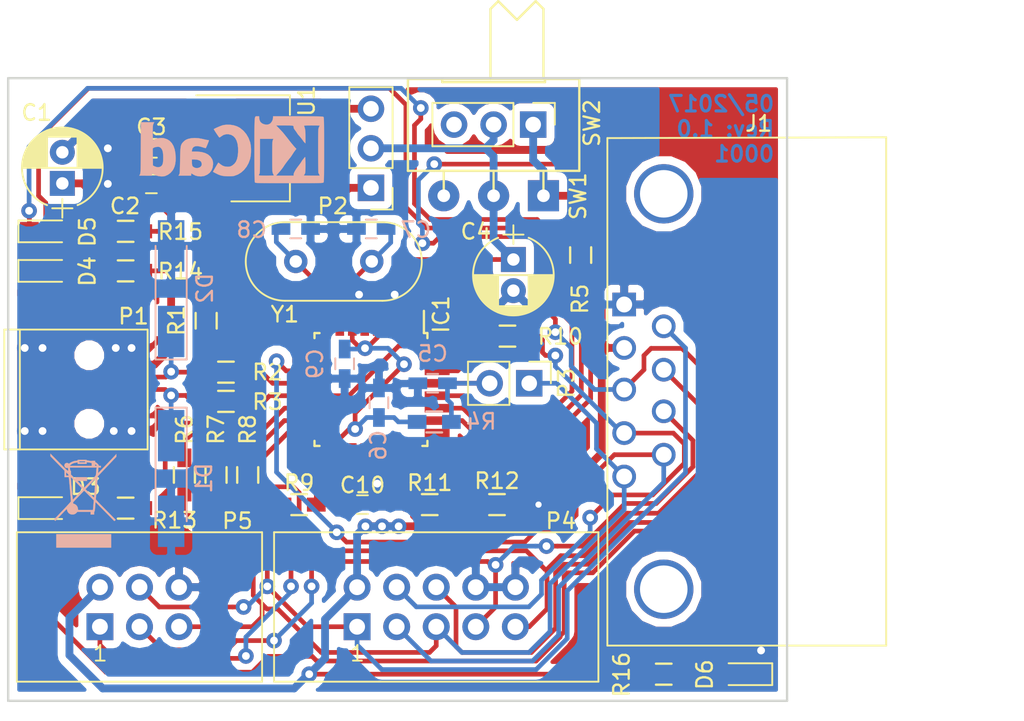
<source format=kicad_pcb>
(kicad_pcb (version 20170123) (host pcbnew "(2017-05-12 revision b823d0b78)-makepkg")
  (title_block (title avrIspMk2Clone) (date 2017-05-13) (rev 1.0) (company shimatta))
  (layers (0 F.Cu signal) (31 B.Cu signal) (34 B.Paste user) (35 F.Paste user) (36 B.SilkS user) (37 F.SilkS user) (38 B.Mask user) (39 F.Mask user) (44 Edge.Cuts user))
  (net 0 "")
  (net 1 +5V)
  (net 2 GND)
  (net 3 +3V3)
  (net 4 /RESET)
  (net 5 VCC)
  (net 6 "Net-(C7-Pad1)")
  (net 7 "Net-(C8-Pad1)")
  (net 8 "Net-(D1-Pad1)")
  (net 9 "Net-(D2-Pad1)")
  (net 10 "Net-(D3-Pad2)")
  (net 11 /LED_BLUE)
  (net 12 /LED_RED)
  (net 13 "Net-(D4-Pad2)")
  (net 14 "Net-(D5-Pad2)")
  (net 15 /LED_GREEN)
  (net 16 "Net-(D6-Pad2)")
  (net 17 /USB_D_+)
  (net 18 "Net-(IC1-Pad31)")
  (net 19 /RXD_OUT)
  (net 20 "Net-(IC1-Pad17)")
  (net 21 "Net-(IC1-Pad16)")
  (net 22 "Net-(IC1-Pad15)")
  (net 23 "Net-(IC1-Pad14)")
  (net 24 /USB_D_-)
  (net 25 /USIG1)
  (net 26 /SCK_OUT)
  (net 27 /MISO_OUT)
  (net 28 /MOSI_OUT)
  (net 29 /RESET_OUT)
  (net 30 /TXD_OUT)
  (net 31 /VCC_OUT)
  (net 32 "Net-(R5-Pad1)")
  (net 33 /MEASURE)
  (net 34 /AVREF)
  (module Symbols:WEEE-Logo_4.2x6mm_SilkScreen (layer B.Cu) (at 84.836 112.141 180)
    (fp_text reference REF*** hide)
    (fp_text value WEEE-Logo_4.2x6mm_SilkScreen hide)
  )
  (module Symbols:Symbol_KiCAD-Logo_CopperAndSilkScreenTop (layer B.Cu) (at 94.361 89.408 180)
    (fp_text reference REF** hide)
    (fp_text value "KiCAD Logo" hide)
  )
  (module proz_logo:Shimatta_SolderMask (layer B.Cu) (at 126.492 105.029 270)
    (fp_text reference G*** hide)
    (fp_text value LOGO hide)
  )
  (module Pin_Headers:Pin_Header_Straight_1x02_Pitch2.54mm (layer F.Cu) (at 113.448 104.6 270)
    (fp_text reference P3 (at 0 -2.39 270) (layer F.SilkS))
    (fp_text value CONN_01X02)
    (pad 2 thru_hole oval (at 0 2.54 270) (size 1.7 1.7) (drill 1) (layers *.Cu *.Mask) (net 4 /RESET))
    (pad 1 thru_hole rect (at 0 0 270) (size 1.7 1.7) (drill 1) (layers *.Cu *.Mask) (net 29 /RESET_OUT))
  )
  (module Connectors:IDC_Header_Straight_6pins (layer F.Cu) (at 85.889 120.24)
    (fp_text reference P5 (at 8.8265 -6.7945) (layer F.SilkS))
    (fp_text value CONN_02X03)
    (fp_text user 1 (at 0.02 1.72) (layer F.SilkS) (effects (font (thickness 0.12))))
    (pad 6 thru_hole oval (at 5.08 -2.54) (size 1.7272 1.7272) (drill 1.016) (layers *.Cu *.Mask) (net 2 GND))
    (pad 5 thru_hole oval (at 5.08 0) (size 1.7272 1.7272) (drill 1.016) (layers *.Cu *.Mask) (net 29 /RESET_OUT))
    (pad 4 thru_hole oval (at 2.54 -2.54) (size 1.7272 1.7272) (drill 1.016) (layers *.Cu *.Mask) (net 28 /MOSI_OUT))
    (pad 3 thru_hole oval (at 2.54 0) (size 1.7272 1.7272) (drill 1.016) (layers *.Cu *.Mask) (net 26 /SCK_OUT))
    (pad 2 thru_hole oval (at 0 -2.54) (size 1.7272 1.7272) (drill 1.016) (layers *.Cu *.Mask) (net 31 /VCC_OUT))
    (pad 1 thru_hole rect (at 0 0) (size 1.7272 1.7272) (drill 1.016) (layers *.Cu *.Mask) (net 27 /MISO_OUT))
  )
  (module Crystals:Crystal_HC49-U_Vertical (layer F.Cu) (at 103.342 96.774 180)
    (fp_text reference Y1 (at 5.5785 -3.4 180) (layer F.SilkS))
    (fp_text value 12MHz)
    (pad 2 thru_hole circle (at 4.88 0 180) (size 1.5 1.5) (drill 0.8) (layers *.Cu *.Mask) (net 7 "Net-(C8-Pad1)"))
    (pad 1 thru_hole circle (at 0 0 180) (size 1.5 1.5) (drill 0.8) (layers *.Cu *.Mask) (net 6 "Net-(C7-Pad1)"))
  )
  (module Capacitors_THT:CP_Radial_D5.0mm_P2.00mm (layer F.Cu) (at 83.476 91.76 90)
    (fp_text reference C1 (at 4.54 -1.651 180) (layer F.SilkS))
    (fp_text value 47u)
    (pad 1 thru_hole rect (at 0 0 90) (size 1.6 1.6) (drill 0.8) (layers *.Cu *.Mask) (net 1 +5V))
    (pad 2 thru_hole circle (at 2 0 90) (size 1.6 1.6) (drill 0.8) (layers *.Cu *.Mask) (net 2 GND))
  )
  (module Capacitors_THT:CP_Radial_D5.0mm_P2.00mm (layer F.Cu) (at 112.432 96.65 270)
    (fp_text reference C4 (at -1.7973 2.413) (layer F.SilkS))
    (fp_text value 47u)
    (pad 1 thru_hole rect (at 0 0 270) (size 1.6 1.6) (drill 0.8) (layers *.Cu *.Mask) (net 5 VCC))
    (pad 2 thru_hole circle (at 2 0 270) (size 1.6 1.6) (drill 0.8) (layers *.Cu *.Mask) (net 2 GND))
  )
  (module Diodes_SMD:D_MiniMELF_Handsoldering (layer B.Cu) (at 90.461 110.715 270)
    (fp_text reference D1 (at -0.0254 -2.1082 270) (layer B.SilkS) (effects (justify mirror)))
    (fp_text value 3V3)
    (pad 2 smd rect (at 2.75 0 270) (size 3.3 1.7) (layers B.Cu B.Paste B.Mask) (net 2 GND))
    (pad 1 smd rect (at -2.75 0 270) (size 3.3 1.7) (layers B.Cu B.Paste B.Mask) (net 8 "Net-(D1-Pad1)"))
  )
  (module Diodes_SMD:D_MiniMELF_Handsoldering (layer B.Cu) (at 90.461 98.523 90)
    (fp_text reference D2 (at 0.0254 2.159 90) (layer B.SilkS) (effects (justify mirror)))
    (fp_text value 3V3)
    (pad 1 smd rect (at -2.75 0 90) (size 3.3 1.7) (layers B.Cu B.Paste B.Mask) (net 9 "Net-(D2-Pad1)"))
    (pad 2 smd rect (at 2.75 0 90) (size 3.3 1.7) (layers B.Cu B.Paste B.Mask) (net 2 GND))
  )
  (module LEDs:LED_0805 (layer F.Cu) (at 82.46 112.62)
    (fp_text reference D3 (at 2.503 -1.368) (layer F.SilkS))
    (fp_text value BLUE)
    (pad 2 smd rect (at 1.1 0 180) (size 1.2 1.2) (layers F.Cu F.Paste F.Mask) (net 10 "Net-(D3-Pad2)"))
    (pad 1 smd rect (at -1.1 0 180) (size 1.2 1.2) (layers F.Cu F.Paste F.Mask) (net 11 /LED_BLUE))
  )
  (module LEDs:LED_0805 (layer F.Cu) (at 82.46 97.38)
    (fp_text reference D4 (at 2.63 0.029 270) (layer F.SilkS))
    (fp_text value RED)
    (pad 1 smd rect (at -1.1 0 180) (size 1.2 1.2) (layers F.Cu F.Paste F.Mask) (net 12 /LED_RED))
    (pad 2 smd rect (at 1.1 0 180) (size 1.2 1.2) (layers F.Cu F.Paste F.Mask) (net 13 "Net-(D4-Pad2)"))
  )
  (module LEDs:LED_0805 (layer F.Cu) (at 82.46 94.84)
    (fp_text reference D5 (at 2.63 0.029 90) (layer F.SilkS))
    (fp_text value GREEN)
    (pad 2 smd rect (at 1.1 0 180) (size 1.2 1.2) (layers F.Cu F.Paste F.Mask) (net 14 "Net-(D5-Pad2)"))
    (pad 1 smd rect (at -1.1 0 180) (size 1.2 1.2) (layers F.Cu F.Paste F.Mask) (net 15 /LED_GREEN))
  )
  (module LEDs:LED_0805 (layer F.Cu) (at 127.248 123.288 180)
    (fp_text reference D6 (at 2.534 -0.029 270) (layer F.SilkS))
    (fp_text value BLUE)
    (pad 1 smd rect (at -1.1 0) (size 1.2 1.2) (layers F.Cu F.Paste F.Mask) (net 2 GND))
    (pad 2 smd rect (at 1.1 0) (size 1.2 1.2) (layers F.Cu F.Paste F.Mask) (net 16 "Net-(D6-Pad2)"))
  )
  (module Housings_QFP:TQFP-32_7x7mm_Pitch0.8mm (layer F.Cu) (at 103.288 105 270)
    (fp_text reference IC1 (at -4.826 -4.5085 270) (layer F.SilkS))
    (fp_text value ATMEGA8-16AU)
    (pad 32 smd rect (at -2.8 -4.25) (size 1.6 0.55) (layers F.Cu F.Paste F.Mask) (net 17 /USB_D_+))
    (pad 31 smd rect (at -2 -4.25) (size 1.6 0.55) (layers F.Cu F.Paste F.Mask) (net 18 "Net-(IC1-Pad31)"))
    (pad 30 smd rect (at -1.2 -4.25) (size 1.6 0.55) (layers F.Cu F.Paste F.Mask) (net 19 /RXD_OUT))
    (pad 29 smd rect (at -0.4 -4.25) (size 1.6 0.55) (layers F.Cu F.Paste F.Mask) (net 4 /RESET))
    (pad 28 smd rect (at 0.4 -4.25) (size 1.6 0.55) (layers F.Cu F.Paste F.Mask) (net 11 /LED_BLUE))
    (pad 27 smd rect (at 1.2 -4.25) (size 1.6 0.55) (layers F.Cu F.Paste F.Mask) (net 12 /LED_RED))
    (pad 26 smd rect (at 2 -4.25) (size 1.6 0.55) (layers F.Cu F.Paste F.Mask) (net 15 /LED_GREEN))
    (pad 25 smd rect (at 2.8 -4.25) (size 1.6 0.55) (layers F.Cu F.Paste F.Mask))
    (pad 24 smd rect (at 4.25 -2.8 270) (size 1.6 0.55) (layers F.Cu F.Paste F.Mask) (net 33 /MEASURE))
    (pad 23 smd rect (at 4.25 -2 270) (size 1.6 0.55) (layers F.Cu F.Paste F.Mask))
    (pad 22 smd rect (at 4.25 -1.2 270) (size 1.6 0.55) (layers F.Cu F.Paste F.Mask))
    (pad 21 smd rect (at 4.25 -0.4 270) (size 1.6 0.55) (layers F.Cu F.Paste F.Mask) (net 2 GND))
    (pad 20 smd rect (at 4.25 0.4 270) (size 1.6 0.55) (layers F.Cu F.Paste F.Mask) (net 34 /AVREF))
    (pad 19 smd rect (at 4.25 1.2 270) (size 1.6 0.55) (layers F.Cu F.Paste F.Mask))
    (pad 18 smd rect (at 4.25 2 270) (size 1.6 0.55) (layers F.Cu F.Paste F.Mask) (net 5 VCC))
    (pad 17 smd rect (at 4.25 2.8 270) (size 1.6 0.55) (layers F.Cu F.Paste F.Mask) (net 20 "Net-(IC1-Pad17)"))
    (pad 16 smd rect (at 2.8 4.25) (size 1.6 0.55) (layers F.Cu F.Paste F.Mask) (net 21 "Net-(IC1-Pad16)"))
    (pad 15 smd rect (at 2 4.25) (size 1.6 0.55) (layers F.Cu F.Paste F.Mask) (net 22 "Net-(IC1-Pad15)"))
    (pad 14 smd rect (at 1.2 4.25) (size 1.6 0.55) (layers F.Cu F.Paste F.Mask) (net 23 "Net-(IC1-Pad14)"))
    (pad 13 smd rect (at 0.4 4.25) (size 1.6 0.55) (layers F.Cu F.Paste F.Mask) (net 17 /USB_D_+))
    (pad 12 smd rect (at -0.4 4.25) (size 1.6 0.55) (layers F.Cu F.Paste F.Mask) (net 24 /USB_D_-))
    (pad 11 smd rect (at -1.2 4.25) (size 1.6 0.55) (layers F.Cu F.Paste F.Mask) (net 25 /USIG1))
    (pad 10 smd rect (at -2 4.25) (size 1.6 0.55) (layers F.Cu F.Paste F.Mask))
    (pad 9 smd rect (at -2.8 4.25) (size 1.6 0.55) (layers F.Cu F.Paste F.Mask))
    (pad 8 smd rect (at -4.25 2.8 270) (size 1.6 0.55) (layers F.Cu F.Paste F.Mask) (net 7 "Net-(C8-Pad1)"))
    (pad 7 smd rect (at -4.25 2 270) (size 1.6 0.55) (layers F.Cu F.Paste F.Mask) (net 6 "Net-(C7-Pad1)"))
    (pad 6 smd rect (at -4.25 1.2 270) (size 1.6 0.55) (layers F.Cu F.Paste F.Mask) (net 5 VCC))
    (pad 5 smd rect (at -4.25 0.4 270) (size 1.6 0.55) (layers F.Cu F.Paste F.Mask) (net 2 GND))
    (pad 4 smd rect (at -4.25 -0.4 270) (size 1.6 0.55) (layers F.Cu F.Paste F.Mask) (net 5 VCC))
    (pad 3 smd rect (at -4.25 -1.2 270) (size 1.6 0.55) (layers F.Cu F.Paste F.Mask) (net 2 GND))
    (pad 2 smd rect (at -4.25 -2 270) (size 1.6 0.55) (layers F.Cu F.Paste F.Mask))
    (pad 1 smd rect (at -4.25 -2.8 270) (size 1.6 0.55) (layers F.Cu F.Paste F.Mask))
  )
  (module Connectors:DB9FC (layer F.Cu) (at 119.544 99.54 270)
    (fp_text reference J1 (at -11.6215 -8.636 180) (layer F.SilkS))
    (fp_text value DB9)
    (pad "" thru_hole circle (at 18.29 -2.54 270) (size 3.81 3.81) (drill 3.05) (layers *.Cu *.Mask))
    (pad "" thru_hole circle (at -7.11 -2.54 270) (size 3.81 3.81) (drill 3.05) (layers *.Cu *.Mask))
    (pad 1 thru_hole rect (at 0 0 270) (size 1.52 1.52) (drill 1.02) (layers *.Cu *.Mask) (net 2 GND))
    (pad 2 thru_hole circle (at 2.79 0 270) (size 1.52 1.52) (drill 1.02) (layers *.Cu *.Mask) (net 31 /VCC_OUT))
    (pad 3 thru_hole circle (at 5.46 0 270) (size 1.52 1.52) (drill 1.02) (layers *.Cu *.Mask) (net 19 /RXD_OUT))
    (pad 4 thru_hole circle (at 8.26 0 270) (size 1.52 1.52) (drill 1.02) (layers *.Cu *.Mask) (net 30 /TXD_OUT))
    (pad 5 thru_hole circle (at 11.05 0 270) (size 1.52 1.52) (drill 1.02) (layers *.Cu *.Mask) (net 29 /RESET_OUT))
    (pad 6 thru_hole circle (at 1.4 -2.54 270) (size 1.52 1.52) (drill 1.02) (layers *.Cu *.Mask) (net 28 /MOSI_OUT))
    (pad 7 thru_hole circle (at 4.19 -2.54 270) (size 1.52 1.52) (drill 1.02) (layers *.Cu *.Mask) (net 27 /MISO_OUT))
    (pad 8 thru_hole circle (at 6.86 -2.54 270) (size 1.52 1.52) (drill 1.02) (layers *.Cu *.Mask) (net 26 /SCK_OUT))
    (pad 9 thru_hole circle (at 9.65 -2.54 270) (size 1.52 1.52) (drill 1.02) (layers *.Cu *.Mask) (net 25 /USIG1))
  )
  (module Connectors:USB_Mini-B (layer F.Cu) (at 85 105)
    (fp_text reference P1 (at 3.048 -4.699) (layer F.SilkS))
    (fp_text value USB_OTG)
    (pad "" np_thru_hole circle (at 0.2 2.2) (size 0.9 0.9) (drill 0.9) (layers *.Cu *.Mask))
    (pad "" np_thru_hole circle (at 0.2 -2.2) (size 0.9 0.9) (drill 0.9) (layers *.Cu *.Mask))
    (pad 6 smd rect (at -2.8 4.45) (size 2.5 2) (layers F.Cu F.Paste F.Mask) (net 2 GND))
    (pad 6 smd rect (at 2.7 4.45) (size 2.5 2) (layers F.Cu F.Paste F.Mask) (net 2 GND))
    (pad 6 smd rect (at -2.8 -4.45) (size 2.5 2) (layers F.Cu F.Paste F.Mask) (net 2 GND))
    (pad 6 smd rect (at 2.7 -4.45) (size 2.5 2) (layers F.Cu F.Paste F.Mask) (net 2 GND))
    (pad 5 smd rect (at 2.8 1.6) (size 2.3 0.5) (layers F.Cu F.Paste F.Mask) (net 2 GND))
    (pad 4 smd rect (at 2.8 0.8) (size 2.3 0.5) (layers F.Cu F.Paste F.Mask))
    (pad 3 smd rect (at 2.8 0) (size 2.3 0.5) (layers F.Cu F.Paste F.Mask) (net 8 "Net-(D1-Pad1)"))
    (pad 2 smd rect (at 2.8 -0.8) (size 2.3 0.5) (layers F.Cu F.Paste F.Mask) (net 9 "Net-(D2-Pad1)"))
    (pad 1 smd rect (at 2.8 -1.6) (size 2.3 0.5) (layers F.Cu F.Paste F.Mask) (net 1 +5V))
  )
  (module Connectors:IDC_Header_Straight_10pins (layer F.Cu) (at 102.399 120.24)
    (fp_text reference P4 (at 13.081 -6.7945) (layer F.SilkS))
    (fp_text value CONN_02X05)
    (fp_text user 1 (at 0.02 1.72) (layer F.SilkS) (effects (font (thickness 0.12))))
    (pad 1 thru_hole rect (at 0 0) (size 1.7272 1.7272) (drill 1.016) (layers *.Cu *.Mask) (net 28 /MOSI_OUT))
    (pad 2 thru_hole oval (at 0 -2.54) (size 1.7272 1.7272) (drill 1.016) (layers *.Cu *.Mask) (net 31 /VCC_OUT))
    (pad 3 thru_hole oval (at 2.54 0) (size 1.7272 1.7272) (drill 1.016) (layers *.Cu *.Mask) (net 25 /USIG1))
    (pad 4 thru_hole oval (at 2.54 -2.54) (size 1.7272 1.7272) (drill 1.016) (layers *.Cu *.Mask) (net 30 /TXD_OUT))
    (pad 5 thru_hole oval (at 5.08 0) (size 1.7272 1.7272) (drill 1.016) (layers *.Cu *.Mask) (net 29 /RESET_OUT))
    (pad 6 thru_hole oval (at 5.08 -2.54) (size 1.7272 1.7272) (drill 1.016) (layers *.Cu *.Mask) (net 19 /RXD_OUT))
    (pad 7 thru_hole oval (at 7.62 0) (size 1.7272 1.7272) (drill 1.016) (layers *.Cu *.Mask) (net 26 /SCK_OUT))
    (pad 8 thru_hole oval (at 7.62 -2.54) (size 1.7272 1.7272) (drill 1.016) (layers *.Cu *.Mask) (net 2 GND))
    (pad 9 thru_hole oval (at 10.16 0) (size 1.7272 1.7272) (drill 1.016) (layers *.Cu *.Mask) (net 27 /MISO_OUT))
    (pad 10 thru_hole oval (at 10.16 -2.54) (size 1.7272 1.7272) (drill 1.016) (layers *.Cu *.Mask) (net 2 GND))
  )
  (module TO_SOT_Packages_SMD:SOT-223 (layer F.Cu) (at 96.176 89.506)
    (fp_text reference U1 (at 2.9845 -3.048 90) (layer F.SilkS))
    (fp_text value LM1117-3.3)
    (pad 4 smd rect (at 3.15 0) (size 2 3.8) (layers F.Cu F.Paste F.Mask) (net 3 +3V3))
    (pad 2 smd rect (at -3.15 0) (size 2 1.5) (layers F.Cu F.Paste F.Mask) (net 3 +3V3))
    (pad 3 smd rect (at -3.15 2.3) (size 2 1.5) (layers F.Cu F.Paste F.Mask) (net 1 +5V))
    (pad 1 smd rect (at -3.15 -2.3) (size 2 1.5) (layers F.Cu F.Paste F.Mask) (net 2 GND))
  )
  (module Pin_Headers:Pin_Header_Straight_1x03_Pitch2.54mm (layer F.Cu) (at 113.702 87.982 270)
    (fp_text reference SW2 (at -0.098 -3.773 270) (layer F.SilkS))
    (fp_text value SW_SPDT)
    (pad 3 thru_hole oval (at 0 5.08 270) (size 1.7 1.7) (drill 1) (layers *.Cu *.Mask))
    (pad 2 thru_hole oval (at 0 2.54 270) (size 1.7 1.7) (drill 1) (layers *.Cu *.Mask) (net 5 VCC))
    (pad 1 thru_hole rect (at 0 0 270) (size 1.7 1.7) (drill 1) (layers *.Cu *.Mask) (net 32 "Net-(R5-Pad1)"))
  )
  (module proz_switch:SW_Micro_Slide_3.8 (layer F.Cu) (at 111.162 92.554 180)
    (fp_text reference SW1 (at -5.424 -0.029 270) (layer F.SilkS))
    (fp_text value SW_SPDT)
    (pad 3 thru_hole circle (at 3.2 0 180) (size 2 2) (drill 0.8128) (layers *.Cu *.Mask))
    (pad 2 thru_hole circle (at 0 0 180) (size 2 2) (drill 0.8128) (layers *.Cu *.Mask) (net 5 VCC))
    (pad 1 thru_hole rect (at -3.2 0 180) (size 2 2) (drill 0.8128) (layers *.Cu *.Mask) (net 32 "Net-(R5-Pad1)"))
  )
  (module Capacitors_SMD:C_0603_HandSoldering (layer F.Cu) (at 89.191 91.792 180)
    (fp_text reference C2 (at 1.688 -1.426 180) (layer F.SilkS))
    (fp_text value 100n)
    (pad 2 smd rect (at 0.95 0 180) (size 1.2 0.75) (layers F.Cu F.Paste F.Mask) (net 2 GND))
    (pad 1 smd rect (at -0.95 0 180) (size 1.2 0.75) (layers F.Cu F.Paste F.Mask) (net 1 +5V))
  )
  (module Capacitors_SMD:C_0603_HandSoldering (layer F.Cu) (at 89.191 89.506 180)
    (fp_text reference C3 (at 0 1.368 180) (layer F.SilkS))
    (fp_text value 100n)
    (pad 1 smd rect (at -0.95 0 180) (size 1.2 0.75) (layers F.Cu F.Paste F.Mask) (net 3 +3V3))
    (pad 2 smd rect (at 0.95 0 180) (size 1.2 0.75) (layers F.Cu F.Paste F.Mask) (net 2 GND))
  )
  (module Capacitors_SMD:C_0603_HandSoldering (layer B.Cu) (at 107.25 104.6 180)
    (fp_text reference C5 (at 0 1.9 180) (layer B.SilkS) (effects (justify mirror)))
    (fp_text value 100n)
    (pad 2 smd rect (at 0.95 0 180) (size 1.2 0.75) (layers B.Cu B.Paste B.Mask) (net 2 GND))
    (pad 1 smd rect (at -0.95 0 180) (size 1.2 0.75) (layers B.Cu B.Paste B.Mask) (net 4 /RESET))
  )
  (module Capacitors_SMD:C_0603_HandSoldering (layer B.Cu) (at 103.8 105.85 90)
    (fp_text reference C6 (at -2.735 -0.041 90) (layer B.SilkS) (effects (justify mirror)))
    (fp_text value 100n)
    (pad 1 smd rect (at -0.95 0 90) (size 1.2 0.75) (layers B.Cu B.Paste B.Mask) (net 5 VCC))
    (pad 2 smd rect (at 0.95 0 90) (size 1.2 0.75) (layers B.Cu B.Paste B.Mask) (net 2 GND))
  )
  (module Capacitors_SMD:C_0603_HandSoldering (layer B.Cu) (at 103.308 94.6876 180)
    (fp_text reference C7 (at -2.864 -0.0544 180) (layer B.SilkS) (effects (justify mirror)))
    (fp_text value 22p)
    (pad 2 smd rect (at 0.95 0 180) (size 1.2 0.75) (layers B.Cu B.Paste B.Mask) (net 2 GND))
    (pad 1 smd rect (at -0.95 0 180) (size 1.2 0.75) (layers B.Cu B.Paste B.Mask) (net 6 "Net-(C7-Pad1)"))
  )
  (module Capacitors_SMD:C_0603_HandSoldering (layer B.Cu) (at 98.462 94.6876)
    (fp_text reference C8 (at -2.831 0.0544) (layer B.SilkS) (effects (justify mirror)))
    (fp_text value 22p)
    (pad 1 smd rect (at -0.95 0) (size 1.2 0.75) (layers B.Cu B.Paste B.Mask) (net 7 "Net-(C8-Pad1)"))
    (pad 2 smd rect (at 0.95 0) (size 1.2 0.75) (layers B.Cu B.Paste B.Mask) (net 2 GND))
  )
  (module Capacitors_SMD:C_0603_HandSoldering (layer B.Cu) (at 101.6 103.35 270)
    (fp_text reference C9 (at 0 1.9 270) (layer B.SilkS) (effects (justify mirror)))
    (fp_text value 100n)
    (pad 2 smd rect (at 0.95 0 270) (size 1.2 0.75) (layers B.Cu B.Paste B.Mask) (net 2 GND))
    (pad 1 smd rect (at -0.95 0 270) (size 1.2 0.75) (layers B.Cu B.Paste B.Mask) (net 5 VCC))
  )
  (module Pin_Headers:Pin_Header_Straight_1x03_Pitch2.54mm (layer F.Cu) (at 103.288 92.046 180)
    (fp_text reference P2 (at 2.45 -1.172 180) (layer F.SilkS))
    (fp_text value CONN_01X03)
    (pad 3 thru_hole oval (at 0 5.08 180) (size 1.7 1.7) (drill 1) (layers *.Cu *.Mask) (net 3 +3V3))
    (pad 2 thru_hole oval (at 0 2.54 180) (size 1.7 1.7) (drill 1) (layers *.Cu *.Mask) (net 5 VCC))
    (pad 1 thru_hole rect (at 0 0 180) (size 1.7 1.7) (drill 1) (layers *.Cu *.Mask) (net 1 +5V))
  )
  (module Resistors_SMD:R_0603_HandSoldering (layer F.Cu) (at 92.71 100.584 90)
    (fp_text reference R1 (at 0 -1.9 90) (layer F.SilkS))
    (fp_text value 2k2)
    (pad 1 smd rect (at -1.1 0 90) (size 1.2 0.9) (layers F.Cu F.Paste F.Mask) (net 9 "Net-(D2-Pad1)"))
    (pad 2 smd rect (at 1.1 0 90) (size 1.2 0.9) (layers F.Cu F.Paste F.Mask) (net 1 +5V))
  )
  (module Resistors_SMD:R_0603_HandSoldering (layer F.Cu) (at 93.98 103.886 180)
    (fp_text reference R2 (at -2.667 0 180) (layer F.SilkS))
    (fp_text value 39)
    (pad 2 smd rect (at 1.1 0 180) (size 1.2 0.9) (layers F.Cu F.Paste F.Mask) (net 9 "Net-(D2-Pad1)"))
    (pad 1 smd rect (at -1.1 0 180) (size 1.2 0.9) (layers F.Cu F.Paste F.Mask) (net 24 /USB_D_-))
  )
  (module Resistors_SMD:R_0603_HandSoldering (layer F.Cu) (at 93.98 105.762 180)
    (fp_text reference R3 (at -2.667 -0.029 180) (layer F.SilkS))
    (fp_text value 39)
    (pad 1 smd rect (at -1.1 0 180) (size 1.2 0.9) (layers F.Cu F.Paste F.Mask) (net 17 /USB_D_+))
    (pad 2 smd rect (at 1.1 0 180) (size 1.2 0.9) (layers F.Cu F.Paste F.Mask) (net 8 "Net-(D1-Pad1)"))
  )
  (module Resistors_SMD:R_0603_HandSoldering (layer B.Cu) (at 107.352 107.0828 180)
    (fp_text reference R4 (at -3.011 0.0218 180) (layer B.SilkS) (effects (justify mirror)))
    (fp_text value 10k)
    (pad 1 smd rect (at -1.1 0 180) (size 1.2 0.9) (layers B.Cu B.Paste B.Mask) (net 4 /RESET))
    (pad 2 smd rect (at 1.1 0 180) (size 1.2 0.9) (layers B.Cu B.Paste B.Mask) (net 5 VCC))
  )
  (module Resistors_SMD:R_0603_HandSoldering (layer F.Cu) (at 116.75 96.364 270)
    (fp_text reference R5 (at 2.823 0.037 270) (layer F.SilkS))
    (fp_text value 1)
    (pad 2 smd rect (at 1.1 0 270) (size 1.2 0.9) (layers F.Cu F.Paste F.Mask) (net 31 /VCC_OUT))
    (pad 1 smd rect (at -1.1 0 270) (size 1.2 0.9) (layers F.Cu F.Paste F.Mask) (net 32 "Net-(R5-Pad1)"))
  )
  (module Resistors_SMD:R_0603_HandSoldering (layer F.Cu) (at 91.313 110.49 270)
    (fp_text reference R6 (at -2.921 0 270) (layer F.SilkS))
    (fp_text value 100)
    (pad 2 smd rect (at 1.1 0 270) (size 1.2 0.9) (layers F.Cu F.Paste F.Mask) (net 29 /RESET_OUT))
    (pad 1 smd rect (at -1.1 0 270) (size 1.2 0.9) (layers F.Cu F.Paste F.Mask) (net 23 "Net-(IC1-Pad14)"))
  )
  (module Resistors_SMD:R_0603_HandSoldering (layer F.Cu) (at 93.345 110.49 270)
    (fp_text reference R7 (at -2.921 0 270) (layer F.SilkS))
    (fp_text value 100)
    (pad 1 smd rect (at -1.1 0 270) (size 1.2 0.9) (layers F.Cu F.Paste F.Mask) (net 22 "Net-(IC1-Pad15)"))
    (pad 2 smd rect (at 1.1 0 270) (size 1.2 0.9) (layers F.Cu F.Paste F.Mask) (net 28 /MOSI_OUT))
  )
  (module Resistors_SMD:R_0603_HandSoldering (layer F.Cu) (at 95.377 110.49 270)
    (fp_text reference R8 (at -2.921 0 270) (layer F.SilkS))
    (fp_text value 100)
    (pad 2 smd rect (at 1.1 0 270) (size 1.2 0.9) (layers F.Cu F.Paste F.Mask) (net 27 /MISO_OUT))
    (pad 1 smd rect (at -1.1 0 270) (size 1.2 0.9) (layers F.Cu F.Paste F.Mask) (net 21 "Net-(IC1-Pad16)"))
  )
  (module Resistors_SMD:R_0603_HandSoldering (layer F.Cu) (at 98.679 112.395 180)
    (fp_text reference R9 (at 0 1.397 180) (layer F.SilkS))
    (fp_text value 100)
    (pad 2 smd rect (at 1.1 0 180) (size 1.2 0.9) (layers F.Cu F.Paste F.Mask) (net 26 /SCK_OUT))
    (pad 1 smd rect (at -1.1 0 180) (size 1.2 0.9) (layers F.Cu F.Paste F.Mask) (net 20 "Net-(IC1-Pad17)"))
  )
  (module Resistors_SMD:R_0603_HandSoldering (layer F.Cu) (at 112.051 101.571 180)
    (fp_text reference R10 (at -3.392 -0.029 180) (layer F.SilkS))
    (fp_text value 1k)
    (pad 2 smd rect (at 1.1 0 180) (size 1.2 0.9) (layers F.Cu F.Paste F.Mask) (net 18 "Net-(IC1-Pad31)"))
    (pad 1 smd rect (at -1.1 0 180) (size 1.2 0.9) (layers F.Cu F.Paste F.Mask) (net 30 /TXD_OUT))
  )
  (module Resistors_SMD:R_0603_HandSoldering (layer F.Cu) (at 107.061 112.395 180)
    (fp_text reference R11 (at 0 1.397 180) (layer F.SilkS))
    (fp_text value 22k)
    (pad 1 smd rect (at -1.1 0 180) (size 1.2 0.9) (layers F.Cu F.Paste F.Mask) (net 33 /MEASURE))
    (pad 2 smd rect (at 1.1 0 180) (size 1.2 0.9) (layers F.Cu F.Paste F.Mask) (net 31 /VCC_OUT))
  )
  (module Resistors_SMD:R_0603_HandSoldering (layer F.Cu) (at 111.379 112.395 180)
    (fp_text reference R12 (at 0 1.524 180) (layer F.SilkS))
    (fp_text value 10k)
    (pad 1 smd rect (at -1.1 0 180) (size 1.2 0.9) (layers F.Cu F.Paste F.Mask) (net 2 GND))
    (pad 2 smd rect (at 1.1 0 180) (size 1.2 0.9) (layers F.Cu F.Paste F.Mask) (net 33 /MEASURE))
  )
  (module Resistors_SMD:R_0603_HandSoldering (layer F.Cu) (at 87.54 112.62)
    (fp_text reference R13 (at 3.138 0.791) (layer F.SilkS))
    (fp_text value 1k)
    (pad 2 smd rect (at 1.1 0) (size 1.2 0.9) (layers F.Cu F.Paste F.Mask) (net 1 +5V))
    (pad 1 smd rect (at -1.1 0) (size 1.2 0.9) (layers F.Cu F.Paste F.Mask) (net 10 "Net-(D3-Pad2)"))
  )
  (module Resistors_SMD:R_0603_HandSoldering (layer F.Cu) (at 87.54 97.38)
    (fp_text reference R14 (at 3.519 0.029) (layer F.SilkS))
    (fp_text value 1k)
    (pad 1 smd rect (at -1.1 0) (size 1.2 0.9) (layers F.Cu F.Paste F.Mask) (net 13 "Net-(D4-Pad2)"))
    (pad 2 smd rect (at 1.1 0) (size 1.2 0.9) (layers F.Cu F.Paste F.Mask) (net 1 +5V))
  )
  (module Resistors_SMD:R_0603_HandSoldering (layer F.Cu) (at 87.54 94.84)
    (fp_text reference R15 (at 3.519 0.029) (layer F.SilkS))
    (fp_text value 1k)
    (pad 2 smd rect (at 1.1 0) (size 1.2 0.9) (layers F.Cu F.Paste F.Mask) (net 1 +5V))
    (pad 1 smd rect (at -1.1 0) (size 1.2 0.9) (layers F.Cu F.Paste F.Mask) (net 14 "Net-(D5-Pad2)"))
  )
  (module Resistors_SMD:R_0603_HandSoldering (layer F.Cu) (at 122.084 123.288 180)
    (fp_text reference R16 (at 2.704 -0.029 270) (layer F.SilkS))
    (fp_text value 1k)
    (pad 1 smd rect (at -1.1 0 180) (size 1.2 0.9) (layers F.Cu F.Paste F.Mask) (net 16 "Net-(D6-Pad2)"))
    (pad 2 smd rect (at 1.1 0 180) (size 1.2 0.9) (layers F.Cu F.Paste F.Mask) (net 31 /VCC_OUT))
  )
  (module Capacitors_SMD:C_0603_HandSoldering (layer F.Cu) (at 102.743 112.395)
    (fp_text reference C10 (at 0 -1.25) (layer F.SilkS))
    (fp_text value 100n)
    (pad 2 smd rect (at 0.95 0) (size 1.2 0.75) (layers F.Cu F.Paste F.Mask) (net 2 GND))
    (pad 1 smd rect (at -0.95 0) (size 1.2 0.75) (layers F.Cu F.Paste F.Mask) (net 34 /AVREF))
  )
  (gr_text "05/2017\nRev: 1.0\n0001" (at 129.286 88.265) (layer B.Cu) (effects (font (size 1 1) (thickness 0.2)) (justify left mirror)))
  (gr_line (start 130 85) (end 80 85) (layer Edge.Cuts) (width 0.15))
  (gr_line (start 80 125) (end 130 125) (layer Edge.Cuts) (width 0.15))
  (gr_line (start 130 125) (end 130 85) (layer Edge.Cuts) (width 0.15))
  (gr_line (start 80 85) (end 80 125) (layer Edge.Cuts) (width 0.15))
  (segment (start 93.726 98.044) (end 92.964 98.044) (width 0.3) (layer F.Cu) (net 1))
  (segment (start 92.964 98.044) (end 92.71 98.298) (width 0.3) (layer F.Cu) (net 1))
  (segment (start 94.017 98.335) (end 93.726 98.044) (width 0.3) (layer F.Cu) (net 1))
  (segment (start 94.017 106.585002) (end 94.017 98.335) (width 0.3) (layer F.Cu) (net 1))
  (segment (start 88.64 111.512) (end 88.64 112.62) (width 0.3) (layer F.Cu) (net 1))
  (segment (start 88.64 94.84) (end 89.54 94.84) (width 0.3) (layer F.Cu) (net 1))
  (segment (start 89.54 94.84) (end 90.461 94.84) (width 0.3) (layer F.Cu) (net 1))
  (segment (start 88.64 97.38) (end 89.54 97.38) (width 0.3) (layer F.Cu) (net 1))
  (segment (start 89.54 97.38) (end 90.461 97.38) (width 0.3) (layer F.Cu) (net 1))
  (segment (start 90.461 99.666) (end 90.461 98.044) (width 0.5) (layer F.Cu) (net 1))
  (segment (start 90.461 98.044) (end 90.461 97.38) (width 0.5) (layer F.Cu) (net 1))
  (segment (start 92.71 98.298) (end 92.456 98.044) (width 0.3) (layer F.Cu) (net 1))
  (segment (start 92.456 98.044) (end 90.461 98.044) (width 0.3) (layer F.Cu) (net 1))
  (segment (start 92.71 99.484) (end 92.71 98.298) (width 0.3) (layer F.Cu) (net 1))
  (segment (start 88.9 111.252) (end 88.64 111.512) (width 0.3) (layer F.Cu) (net 1))
  (segment (start 90.964998 107.159) (end 93.443002 107.159) (width 0.3) (layer F.Cu) (net 1))
  (segment (start 90.08 108.043998) (end 90.964998 107.159) (width 0.3) (layer F.Cu) (net 1))
  (segment (start 90.08 110.48) (end 90.08 108.043998) (width 0.3) (layer F.Cu) (net 1))
  (segment (start 93.443002 107.159) (end 94.017 106.585002) (width 0.3) (layer F.Cu) (net 1))
  (segment (start 90.08 110.48) (end 89.308 111.252) (width 0.3) (layer F.Cu) (net 1))
  (segment (start 89.308 111.252) (end 88.9 111.252) (width 0.3) (layer F.Cu) (net 1))
  (segment (start 89.9784 93.2652) (end 90.141 93.1026) (width 0.5) (layer F.Cu) (net 1))
  (segment (start 90.141 93.1026) (end 90.141 91.792) (width 0.5) (layer F.Cu) (net 1))
  (segment (start 90.141 91.792) (end 93.012 91.792) (width 0.5) (layer F.Cu) (net 1))
  (segment (start 93.012 91.792) (end 93.026 91.806) (width 0.5) (layer F.Cu) (net 1))
  (segment (start 103.288 92.046) (end 101.891 92.046) (width 0.5) (layer F.Cu) (net 1))
  (segment (start 101.891 92.046) (end 100.5194 93.4176) (width 0.5) (layer F.Cu) (net 1))
  (segment (start 100.5194 93.4176) (end 93.4836 93.4176) (width 0.5) (layer F.Cu) (net 1))
  (segment (start 93.026 92.96) (end 93.026 91.806) (width 0.5) (layer F.Cu) (net 1))
  (segment (start 93.4836 93.4176) (end 93.026 92.96) (width 0.5) (layer F.Cu) (net 1))
  (segment (start 90.461 93.7478) (end 90.461 94.84) (width 0.5) (layer F.Cu) (net 1))
  (segment (start 90.461 94.84) (end 90.461 95.621) (width 0.5) (layer F.Cu) (net 1))
  (segment (start 89.9784 93.2652) (end 90.461 93.7478) (width 0.5) (layer F.Cu) (net 1))
  (segment (start 86.2812 93.2652) (end 89.9784 93.2652) (width 0.5) (layer F.Cu) (net 1))
  (segment (start 84.776 91.76) (end 86.2812 93.2652) (width 0.5) (layer F.Cu) (net 1))
  (segment (start 83.476 91.76) (end 84.776 91.76) (width 0.5) (layer F.Cu) (net 1))
  (segment (start 90.461 102.333) (end 90.461 99.666) (width 0.5) (layer F.Cu) (net 1))
  (segment (start 90.461 97.38) (end 90.461 96.11) (width 0.5) (layer F.Cu) (net 1))
  (segment (start 90.461 96.11) (end 90.461 95.621) (width 0.5) (layer F.Cu) (net 1))
  (segment (start 90.334 96.237) (end 90.461 96.11) (width 0.3) (layer F.Cu) (net 1))
  (segment (start 87.8 103.4) (end 89.394 103.4) (width 0.5) (layer F.Cu) (net 1))
  (segment (start 89.394 103.4) (end 90.461 102.333) (width 0.5) (layer F.Cu) (net 1))
  (segment (start 90.455 91.806) (end 90.441 91.792) (width 0.5) (layer F.Cu) (net 1))
  (segment (start 112.479 112.395) (end 114.046 112.395) (width 0.3) (layer F.Cu) (net 2))
  (via (at 114.046 112.395) (size 0.8) (drill 0.4) (layers F.Cu B.Cu) (net 2))
  (segment (start 93.026 87.206) (end 86.03 87.206) (width 0.5) (layer F.Cu) (net 2))
  (segment (start 86.03 87.206) (end 83.476 89.76) (width 0.5) (layer F.Cu) (net 2))
  (segment (start 88.241 89.506) (end 86.397 89.506) (width 0.5) (layer F.Cu) (net 2))
  (segment (start 88.241 91.792) (end 86.397 91.792) (width 0.5) (layer F.Cu) (net 2))
  (segment (start 128.3324 121.764) (end 128.3324 123.2724) (width 0.3) (layer F.Cu) (net 2))
  (segment (start 128.3324 123.2724) (end 128.348 123.288) (width 0.3) (layer F.Cu) (net 2))
  (segment (start 104.488 99.227998) (end 104.811998 98.904) (width 0.3) (layer F.Cu) (net 2))
  (segment (start 104.488 100.75) (end 104.488 99.227998) (width 0.3) (layer F.Cu) (net 2))
  (via (at 104.811998 98.904) (size 1) (drill 0.5) (layers F.Cu B.Cu) (net 2))
  (segment (start 102.888 99.266) (end 102.526 98.904) (width 0.3) (layer F.Cu) (net 2))
  (via (at 102.526 98.904) (size 1) (drill 0.5) (layers F.Cu B.Cu) (net 2))
  (segment (start 102.888 100.75) (end 102.888 99.266) (width 0.3) (layer F.Cu) (net 2))
  (segment (start 103.688 109.25) (end 103.688 111.0388) (width 0.3) (layer F.Cu) (net 2))
  (via (at 103.6944 111.0452) (size 1) (drill 0.5) (layers F.Cu B.Cu) (net 2))
  (segment (start 103.688 111.0388) (end 103.6944 111.0452) (width 0.3) (layer F.Cu) (net 2))
  (via (at 128.3324 121.764) (size 1) (drill 0.5) (layers F.Cu B.Cu) (net 2))
  (segment (start 87.921 102.333) (end 86.905 102.333) (width 0.5) (layer F.Cu) (net 2))
  (via (at 86.905 102.333) (size 1) (drill 0.5) (layers F.Cu B.Cu) (net 2))
  (segment (start 87.92099 107.667) (end 86.778 107.667) (width 0.5) (layer F.Cu) (net 2))
  (via (at 86.778 107.667) (size 1) (drill 0.5) (layers F.Cu B.Cu) (net 2))
  (via (at 86.397 91.792) (size 1) (drill 0.5) (layers F.Cu B.Cu) (net 2))
  (via (at 86.397 89.506) (size 1) (drill 0.5) (layers F.Cu B.Cu) (net 2))
  (segment (start 87.92099 107.667) (end 87.92099 106.72099) (width 0.5) (layer F.Cu) (net 2))
  (segment (start 87.92099 106.72099) (end 87.8 106.6) (width 0.5) (layer F.Cu) (net 2))
  (segment (start 87.92099 107.667) (end 87.92099 109.22901) (width 0.5) (layer F.Cu) (net 2))
  (segment (start 87.92099 109.22901) (end 87.7 109.45) (width 0.5) (layer F.Cu) (net 2))
  (via (at 87.92099 107.667) (size 1) (drill 0.5) (layers F.Cu B.Cu) (net 2))
  (segment (start 87.921 102.333) (end 87.921 100.771) (width 0.5) (layer F.Cu) (net 2))
  (segment (start 87.921 100.771) (end 87.7 100.55) (width 0.5) (layer F.Cu) (net 2))
  (via (at 87.921 102.333) (size 1) (drill 0.5) (layers F.Cu B.Cu) (net 2))
  (segment (start 81.063 107.667) (end 82.206 107.667) (width 0.5) (layer F.Cu) (net 2))
  (segment (start 82.206 102.333) (end 81.063 102.333) (width 0.5) (layer F.Cu) (net 2))
  (via (at 81.063 102.333) (size 1) (drill 0.5) (layers F.Cu B.Cu) (net 2))
  (segment (start 82.2 100.55) (end 82.2 102.327) (width 0.5) (layer F.Cu) (net 2))
  (segment (start 82.2 102.327) (end 82.206 102.333) (width 0.5) (layer F.Cu) (net 2))
  (via (at 82.206 102.333) (size 1) (drill 0.5) (layers F.Cu B.Cu) (net 2))
  (via (at 81.063 107.667) (size 1) (drill 0.5) (layers F.Cu B.Cu) (net 2))
  (segment (start 82.2 109.45) (end 82.2 107.673) (width 0.5) (layer F.Cu) (net 2))
  (segment (start 82.2 107.673) (end 82.206 107.667) (width 0.5) (layer F.Cu) (net 2))
  (via (at 82.206 107.667) (size 1) (drill 0.5) (layers F.Cu B.Cu) (net 2))
  (segment (start 90.141 89.506) (end 93.026 89.506) (width 0.5) (layer F.Cu) (net 3))
  (segment (start 95.1092 89.506) (end 99.326 89.506) (width 1) (layer F.Cu) (net 3))
  (segment (start 93.026 89.506) (end 95.1092 89.506) (width 1) (layer F.Cu) (net 3))
  (segment (start 103.288 86.966) (end 100.966 86.966) (width 0.5) (layer F.Cu) (net 3))
  (segment (start 100.966 86.966) (end 99.326 88.606) (width 0.5) (layer F.Cu) (net 3))
  (segment (start 99.326 88.606) (end 99.326 89.506) (width 0.5) (layer F.Cu) (net 3))
  (segment (start 108.2 104.6) (end 110.908 104.6) (width 0.3) (layer B.Cu) (net 4))
  (segment (start 108.2 105.66) (end 108.452 105.912) (width 0.3) (layer B.Cu) (net 4))
  (segment (start 108.452 105.912) (end 108.452 107.0828) (width 0.3) (layer B.Cu) (net 4))
  (segment (start 108.2 104.6) (end 108.2 105.66) (width 0.3) (layer B.Cu) (net 4))
  (segment (start 107.538 104.6) (end 110.908 104.6) (width 0.3) (layer F.Cu) (net 4))
  (segment (start 110.646 89.506) (end 111.162 90.022) (width 0.5) (layer B.Cu) (net 5))
  (segment (start 111.162 90.022) (end 111.162 92.554) (width 0.5) (layer B.Cu) (net 5))
  (segment (start 103.288 89.506) (end 110.646 89.506) (width 0.5) (layer B.Cu) (net 5))
  (segment (start 110.646 89.506) (end 111.162 88.99) (width 0.5) (layer B.Cu) (net 5))
  (segment (start 111.162 88.99) (end 111.162 87.982) (width 0.5) (layer B.Cu) (net 5))
  (segment (start 111.252 88.072) (end 111.162 87.982) (width 0.5) (layer B.Cu) (net 5))
  (segment (start 104.910001 102.878001) (end 105.41 103.378) (width 0.3) (layer B.Cu) (net 5))
  (segment (start 102.907 102.350002) (end 104.382002 102.350002) (width 0.3) (layer B.Cu) (net 5))
  (segment (start 104.382002 102.350002) (end 104.910001 102.878001) (width 0.3) (layer B.Cu) (net 5))
  (segment (start 104.910001 103.877999) (end 105.41 103.378) (width 0.3) (layer F.Cu) (net 5))
  (segment (start 102.272 106.516) (end 104.910001 103.877999) (width 0.3) (layer F.Cu) (net 5))
  (segment (start 102.272 107.54) (end 102.272 106.516) (width 0.3) (layer F.Cu) (net 5))
  (via (at 105.41 103.378) (size 1) (drill 0.5) (layers F.Cu B.Cu) (net 5))
  (segment (start 101.6 102.4) (end 102.857002 102.4) (width 0.3) (layer B.Cu) (net 5))
  (segment (start 102.857002 102.4) (end 102.907 102.350002) (width 0.3) (layer B.Cu) (net 5))
  (segment (start 103.8 106.8) (end 103.012 106.8) (width 0.3) (layer B.Cu) (net 5))
  (segment (start 103.012 106.8) (end 102.272 107.54) (width 0.3) (layer B.Cu) (net 5))
  (segment (start 105.0508 107.0828) (end 104.768 106.8) (width 0.3) (layer B.Cu) (net 5))
  (segment (start 104.768 106.8) (end 103.8 106.8) (width 0.3) (layer B.Cu) (net 5))
  (segment (start 106.252 107.0828) (end 105.0508 107.0828) (width 0.3) (layer B.Cu) (net 5))
  (segment (start 111.162 92.554) (end 111.162 95.38) (width 0.5) (layer B.Cu) (net 5))
  (segment (start 111.162 95.38) (end 112.432 96.65) (width 0.5) (layer B.Cu) (net 5))
  (segment (start 103.688 100.75) (end 103.688 98.504) (width 0.3) (layer F.Cu) (net 5))
  (segment (start 103.688 98.504) (end 105.542 96.65) (width 0.3) (layer F.Cu) (net 5))
  (segment (start 105.542 96.65) (end 111.332 96.65) (width 0.3) (layer F.Cu) (net 5))
  (segment (start 111.332 96.65) (end 112.432 96.65) (width 0.3) (layer F.Cu) (net 5))
  (segment (start 101.898 107.54) (end 102.272 107.54) (width 0.3) (layer F.Cu) (net 5))
  (via (at 102.272 107.54) (size 1) (drill 0.5) (layers F.Cu B.Cu) (net 5))
  (segment (start 101.288 109.25) (end 101.288 108.15) (width 0.3) (layer F.Cu) (net 5))
  (segment (start 101.288 108.15) (end 101.898 107.54) (width 0.3) (layer F.Cu) (net 5))
  (via (at 102.907 102.350002) (size 1) (drill 0.5) (layers F.Cu B.Cu) (net 5))
  (segment (start 106.102 107.0828) (end 106.002 107.0828) (width 0.3) (layer B.Cu) (net 5))
  (segment (start 103.688 101.669996) (end 103.688 100.75) (width 0.3) (layer F.Cu) (net 5))
  (segment (start 102.907 102.350002) (end 103.007994 102.350002) (width 0.3) (layer F.Cu) (net 5))
  (segment (start 103.007994 102.350002) (end 103.688 101.669996) (width 0.3) (layer F.Cu) (net 5))
  (segment (start 102.585998 102.333) (end 102.889998 102.333) (width 0.3) (layer F.Cu) (net 5))
  (segment (start 102.889998 102.333) (end 102.907 102.350002) (width 0.3) (layer F.Cu) (net 5))
  (segment (start 102.088 100.75) (end 102.088 101.835002) (width 0.3) (layer F.Cu) (net 5))
  (segment (start 102.088 101.835002) (end 102.585998 102.333) (width 0.3) (layer F.Cu) (net 5))
  (segment (start 101.288 98.828) (end 103.342 96.774) (width 0.3) (layer F.Cu) (net 6))
  (segment (start 101.288 100.75) (end 101.288 98.828) (width 0.3) (layer F.Cu) (net 6))
  (segment (start 104.558 94.6876) (end 104.558 95.558) (width 0.3) (layer B.Cu) (net 6))
  (segment (start 104.558 95.558) (end 103.342 96.774) (width 0.3) (layer B.Cu) (net 6))
  (segment (start 100.488 98.8) (end 98.462 96.774) (width 0.3) (layer F.Cu) (net 7))
  (segment (start 100.488 100.75) (end 100.488 98.8) (width 0.3) (layer F.Cu) (net 7))
  (segment (start 97.212 94.6876) (end 97.212 95.524) (width 0.3) (layer B.Cu) (net 7))
  (segment (start 97.212 95.524) (end 98.462 96.774) (width 0.3) (layer B.Cu) (net 7))
  (segment (start 92.88 105.762) (end 91.792 105.762) (width 0.3) (layer F.Cu) (net 8))
  (segment (start 91.411 105.381) (end 90.461 105.381) (width 0.3) (layer F.Cu) (net 8))
  (segment (start 91.792 105.762) (end 91.411 105.381) (width 0.3) (layer F.Cu) (net 8))
  (segment (start 90.461 107.965) (end 90.461 105.381) (width 0.3) (layer B.Cu) (net 8))
  (segment (start 87.8 105) (end 90.08 105) (width 0.3) (layer F.Cu) (net 8))
  (segment (start 90.08 105) (end 90.461 105.381) (width 0.3) (layer F.Cu) (net 8))
  (via (at 90.461 105.381) (size 1) (drill 0.5) (layers F.Cu B.Cu) (net 8))
  (segment (start 92.88 103.886) (end 92.88 102.754) (width 0.3) (layer F.Cu) (net 9))
  (segment (start 92.88 102.754) (end 92.71 102.584) (width 0.3) (layer F.Cu) (net 9))
  (segment (start 92.71 102.584) (end 92.71 101.684) (width 0.3) (layer F.Cu) (net 9))
  (segment (start 92.88 103.886) (end 90.49 103.886) (width 0.3) (layer F.Cu) (net 9))
  (segment (start 90.49 103.886) (end 90.461 103.857) (width 0.3) (layer F.Cu) (net 9))
  (segment (start 90.461 101.273) (end 90.461 103.857) (width 0.3) (layer B.Cu) (net 9))
  (segment (start 87.8 104.2) (end 90.118 104.2) (width 0.3) (layer F.Cu) (net 9))
  (segment (start 90.118 104.2) (end 90.461 103.857) (width 0.3) (layer F.Cu) (net 9))
  (via (at 90.461 103.857) (size 1) (drill 0.5) (layers F.Cu B.Cu) (net 9))
  (segment (start 86.44 112.62) (end 83.56 112.62) (width 0.3) (layer F.Cu) (net 10))
  (segment (start 107.352 90.522) (end 106.336 91.538) (width 0.3) (layer B.Cu) (net 11))
  (segment (start 115.69102 120.565341) (end 115.69102 117.01264) (width 0.3) (layer F.Cu) (net 11))
  (segment (start 115.429201 120.82716) (end 115.69102 120.565341) (width 0.3) (layer F.Cu) (net 11))
  (segment (start 96.684 122.145) (end 99.5146 122.145) (width 0.3) (layer F.Cu) (net 11))
  (segment (start 99.5146 122.145) (end 99.81061 122.44101) (width 0.3) (layer F.Cu) (net 11))
  (segment (start 81.36 112.62) (end 81.36 118.248202) (width 0.3) (layer F.Cu) (net 11))
  (segment (start 95.668 123.161) (end 96.684 122.145) (width 0.3) (layer F.Cu) (net 11))
  (segment (start 99.81061 122.44101) (end 113.888591 122.44101) (width 0.3) (layer F.Cu) (net 11))
  (segment (start 113.888591 122.44101) (end 115.429201 120.9004) (width 0.3) (layer F.Cu) (net 11))
  (segment (start 115.429201 120.9004) (end 115.429201 120.82716) (width 0.3) (layer F.Cu) (net 11))
  (segment (start 86.272798 123.161) (end 95.668 123.161) (width 0.3) (layer F.Cu) (net 11))
  (segment (start 81.36 118.248202) (end 86.272798 123.161) (width 0.3) (layer F.Cu) (net 11))
  (segment (start 107.538 105.4) (end 109.245886 105.4) (width 0.3) (layer F.Cu) (net 11))
  (segment (start 109.245886 105.4) (end 110.166686 106.3208) (width 0.3) (layer F.Cu) (net 11))
  (segment (start 114.972 106.3208) (end 116.1912 105.1016) (width 0.3) (layer F.Cu) (net 11))
  (segment (start 110.166686 106.3208) (end 114.972 106.3208) (width 0.3) (layer F.Cu) (net 11))
  (segment (start 125.604844 110.724757) (end 125.604844 102.323244) (width 0.3) (layer F.Cu) (net 11))
  (via (at 107.352 90.522) (size 1) (drill 0.5) (layers F.Cu B.Cu) (net 11))
  (segment (start 115.69102 117.01264) (end 115.926851 116.776809) (width 0.3) (layer F.Cu) (net 11))
  (segment (start 118.1724 92.4016) (end 116.2928 90.522) (width 0.3) (layer F.Cu) (net 11))
  (segment (start 125.604844 102.323244) (end 118.1724 94.8908) (width 0.3) (layer F.Cu) (net 11))
  (segment (start 120.2044 114.0932) (end 122.236401 114.0932) (width 0.3) (layer F.Cu) (net 11))
  (segment (start 115.926851 116.776809) (end 117.520791 116.776809) (width 0.3) (layer F.Cu) (net 11))
  (segment (start 117.520791 116.776809) (end 120.2044 114.0932) (width 0.3) (layer F.Cu) (net 11))
  (segment (start 122.236401 114.0932) (end 125.604844 110.724757) (width 0.3) (layer F.Cu) (net 11))
  (segment (start 118.1724 94.8908) (end 118.1724 92.4016) (width 0.3) (layer F.Cu) (net 11))
  (segment (start 116.2928 90.522) (end 108.059106 90.522) (width 0.3) (layer F.Cu) (net 11))
  (segment (start 108.059106 90.522) (end 107.352 90.522) (width 0.3) (layer F.Cu) (net 11))
  (via (at 106.59 95.602) (size 1) (drill 0.5) (layers F.Cu B.Cu) (net 11))
  (segment (start 107.721084 95.178022) (end 107.297106 95.602) (width 0.3) (layer F.Cu) (net 11))
  (segment (start 116.1912 105.1016) (end 116.1912 100.767767) (width 0.3) (layer F.Cu) (net 11))
  (segment (start 107.297106 95.602) (end 106.59 95.602) (width 0.3) (layer F.Cu) (net 11))
  (segment (start 116.1912 100.767767) (end 114.127578 98.704145) (width 0.3) (layer F.Cu) (net 11))
  (segment (start 114.127578 98.704145) (end 114.127578 95.805242) (width 0.3) (layer F.Cu) (net 11))
  (segment (start 114.127578 95.805242) (end 113.500358 95.178022) (width 0.3) (layer F.Cu) (net 11))
  (segment (start 113.500358 95.178022) (end 107.721084 95.178022) (width 0.3) (layer F.Cu) (net 11))
  (segment (start 106.59 94.586) (end 106.59 95.602) (width 0.3) (layer B.Cu) (net 11))
  (segment (start 106.336 94.332) (end 106.59 94.586) (width 0.3) (layer B.Cu) (net 11))
  (segment (start 106.336 91.538) (end 106.336 94.332) (width 0.3) (layer B.Cu) (net 11))
  (segment (start 82.26 97.38) (end 81.36 97.38) (width 0.3) (layer F.Cu) (net 12))
  (segment (start 104.479986 85.65239) (end 85.14521 85.65239) (width 0.3) (layer F.Cu) (net 12))
  (segment (start 113.728179 94.628011) (end 106.870178 94.628011) (width 0.3) (layer F.Cu) (net 12))
  (segment (start 81.952 92.552) (end 82.410001 93.010001) (width 0.3) (layer F.Cu) (net 12))
  (segment (start 82.410001 97.229999) (end 82.26 97.38) (width 0.3) (layer F.Cu) (net 12))
  (segment (start 82.410001 93.010001) (end 82.410001 97.229999) (width 0.3) (layer F.Cu) (net 12))
  (segment (start 81.952 88.8456) (end 81.952 92.552) (width 0.3) (layer F.Cu) (net 12))
  (segment (start 85.14521 85.65239) (end 81.952 88.8456) (width 0.3) (layer F.Cu) (net 12))
  (segment (start 105.531989 86.704393) (end 104.479986 85.65239) (width 0.3) (layer F.Cu) (net 12))
  (segment (start 116.791211 105.350132) (end 116.791211 100.589945) (width 0.3) (layer F.Cu) (net 12))
  (segment (start 106.870178 94.628011) (end 105.531989 93.289822) (width 0.3) (layer F.Cu) (net 12))
  (segment (start 114.727589 98.526323) (end 114.727589 95.627421) (width 0.3) (layer F.Cu) (net 12))
  (segment (start 114.727589 95.627421) (end 113.728179 94.628011) (width 0.3) (layer F.Cu) (net 12))
  (segment (start 105.531989 93.289822) (end 105.531989 86.704393) (width 0.3) (layer F.Cu) (net 12))
  (segment (start 116.791211 100.589945) (end 114.727589 98.526323) (width 0.3) (layer F.Cu) (net 12))
  (segment (start 107.538 106.2) (end 109.197342 106.2) (width 0.3) (layer F.Cu) (net 12))
  (segment (start 115.220532 106.920811) (end 116.791211 105.350132) (width 0.3) (layer F.Cu) (net 12))
  (segment (start 109.918154 106.920811) (end 115.220532 106.920811) (width 0.3) (layer F.Cu) (net 12))
  (segment (start 109.197342 106.2) (end 109.918154 106.920811) (width 0.3) (layer F.Cu) (net 12))
  (segment (start 86.44 97.38) (end 83.56 97.38) (width 0.3) (layer F.Cu) (net 13))
  (segment (start 86.44 94.84) (end 83.56 94.84) (width 0.3) (layer F.Cu) (net 14))
  (segment (start 117.391222 105.598664) (end 117.391222 100.412123) (width 0.3) (layer F.Cu) (net 15))
  (segment (start 109.1488 107) (end 109.669622 107.520822) (width 0.3) (layer F.Cu) (net 15))
  (segment (start 106.082 88.028706) (end 106.4884 87.622306) (width 0.3) (layer F.Cu) (net 15))
  (segment (start 115.3276 95.4496) (end 113.956 94.078) (width 0.3) (layer F.Cu) (net 15))
  (segment (start 117.391222 100.412123) (end 115.3276 98.348501) (width 0.3) (layer F.Cu) (net 15))
  (segment (start 107.538 107) (end 109.1488 107) (width 0.3) (layer F.Cu) (net 15))
  (segment (start 106.082 93.062) (end 106.082 88.028706) (width 0.3) (layer F.Cu) (net 15))
  (segment (start 109.669622 107.520822) (end 115.469064 107.520822) (width 0.3) (layer F.Cu) (net 15))
  (segment (start 115.469064 107.520822) (end 117.391222 105.598664) (width 0.3) (layer F.Cu) (net 15))
  (segment (start 115.3276 98.348501) (end 115.3276 95.4496) (width 0.3) (layer F.Cu) (net 15))
  (segment (start 113.956 94.078) (end 107.098 94.078) (width 0.3) (layer F.Cu) (net 15))
  (segment (start 107.098 94.078) (end 106.082 93.062) (width 0.3) (layer F.Cu) (net 15))
  (segment (start 106.4884 87.622306) (end 106.4884 86.9152) (width 0.3) (layer F.Cu) (net 15))
  (segment (start 105.988401 86.415201) (end 106.4884 86.9152) (width 0.3) (layer B.Cu) (net 15))
  (segment (start 85.09441 85.65239) (end 105.22559 85.65239) (width 0.3) (layer B.Cu) (net 15))
  (segment (start 81.3424 93.5192) (end 81.3424 89.4044) (width 0.3) (layer B.Cu) (net 15))
  (segment (start 81.3424 89.4044) (end 85.09441 85.65239) (width 0.3) (layer B.Cu) (net 15))
  (via (at 106.4884 86.9152) (size 1) (drill 0.5) (layers F.Cu B.Cu) (net 15))
  (segment (start 105.22559 85.65239) (end 105.988401 86.415201) (width 0.3) (layer B.Cu) (net 15))
  (segment (start 81.36 94.84) (end 81.36 93.5368) (width 0.3) (layer F.Cu) (net 15))
  (segment (start 81.36 93.5368) (end 81.3424 93.5192) (width 0.3) (layer F.Cu) (net 15))
  (via (at 81.3424 93.5192) (size 1) (drill 0.5) (layers F.Cu B.Cu) (net 15))
  (segment (start 123.184 123.288) (end 126.148 123.288) (width 0.3) (layer F.Cu) (net 16))
  (segment (start 96.784 105.4) (end 96.422 105.762) (width 0.3) (layer F.Cu) (net 17))
  (segment (start 96.422 105.762) (end 95.08 105.762) (width 0.3) (layer F.Cu) (net 17))
  (segment (start 99.038 105.4) (end 96.784 105.4) (width 0.3) (layer F.Cu) (net 17))
  (segment (start 99.038 105.4) (end 101.872 105.4) (width 0.3) (layer F.Cu) (net 17))
  (segment (start 101.872 105.4) (end 105.072 102.2) (width 0.3) (layer F.Cu) (net 17))
  (segment (start 105.072 102.2) (end 107.538 102.2) (width 0.3) (layer F.Cu) (net 17))
  (segment (start 110.951 101.571) (end 110.011 101.571) (width 0.3) (layer F.Cu) (net 18))
  (segment (start 110.011 101.571) (end 108.582 103) (width 0.3) (layer F.Cu) (net 18))
  (segment (start 108.582 103) (end 107.538 103) (width 0.3) (layer F.Cu) (net 18))
  (segment (start 107.538 103.8) (end 108.8568 103.8) (width 0.3) (layer F.Cu) (net 19))
  (segment (start 109.6888 102.968) (end 111.514002 102.968) (width 0.3) (layer F.Cu) (net 19))
  (segment (start 108.8568 103.8) (end 109.6888 102.968) (width 0.3) (layer F.Cu) (net 19))
  (segment (start 111.514002 102.968) (end 112.0256 102.456402) (width 0.3) (layer F.Cu) (net 19))
  (segment (start 112.0256 102.456402) (end 112.0256 100.736398) (width 0.3) (layer F.Cu) (net 19))
  (segment (start 112.0256 100.736398) (end 112.587998 100.174) (width 0.3) (layer F.Cu) (net 19))
  (segment (start 112.587998 100.174) (end 114.8196 100.174) (width 0.3) (layer F.Cu) (net 19))
  (segment (start 114.8196 100.174) (end 115.127843 100.482243) (width 0.3) (layer F.Cu) (net 19))
  (segment (start 115.127843 100.482243) (end 115.127843 101.316639) (width 0.3) (layer F.Cu) (net 19))
  (segment (start 119.544 105) (end 120.814 103.73) (width 0.3) (layer F.Cu) (net 19))
  (segment (start 120.814 103.73) (end 120.814 102.8156) (width 0.3) (layer F.Cu) (net 19))
  (segment (start 120.814 102.8156) (end 121.2712 102.3584) (width 0.3) (layer F.Cu) (net 19))
  (segment (start 121.2712 102.3584) (end 123.2524 102.3584) (width 0.3) (layer F.Cu) (net 19))
  (segment (start 108.749 121.51) (end 108.749 118.97) (width 0.3) (layer F.Cu) (net 19))
  (segment (start 123.2524 102.3584) (end 125.054833 104.160833) (width 0.3) (layer F.Cu) (net 19))
  (segment (start 121.935341 113.543189) (end 119.93367 113.543189) (width 0.3) (layer F.Cu) (net 19))
  (segment (start 125.054833 104.160833) (end 125.054833 110.423697) (width 0.3) (layer F.Cu) (net 19))
  (segment (start 125.054833 110.423697) (end 121.935341 113.543189) (width 0.3) (layer F.Cu) (net 19))
  (segment (start 117.250061 116.226798) (end 115.699029 116.226798) (width 0.3) (layer F.Cu) (net 19))
  (segment (start 119.93367 113.543189) (end 117.250061 116.226798) (width 0.3) (layer F.Cu) (net 19))
  (segment (start 115.699029 116.226798) (end 115.141009 116.784818) (width 0.3) (layer F.Cu) (net 19))
  (segment (start 115.141009 116.784818) (end 115.141009 120.33752) (width 0.3) (layer F.Cu) (net 19))
  (segment (start 115.141009 120.33752) (end 113.587531 121.890999) (width 0.3) (layer F.Cu) (net 19))
  (segment (start 113.587531 121.890999) (end 109.129999 121.890999) (width 0.3) (layer F.Cu) (net 19))
  (segment (start 109.129999 121.890999) (end 108.749 121.51) (width 0.3) (layer F.Cu) (net 19))
  (segment (start 108.749 118.97) (end 108.342599 118.563599) (width 0.3) (layer F.Cu) (net 19))
  (segment (start 108.342599 118.563599) (end 107.479 117.7) (width 0.3) (layer F.Cu) (net 19))
  (segment (start 116.1404 102.329196) (end 115.127843 101.316639) (width 0.3) (layer B.Cu) (net 19))
  (segment (start 116.1404 103.5014) (end 116.1404 102.329196) (width 0.3) (layer B.Cu) (net 19))
  (segment (start 117.639 105) (end 116.1404 103.5014) (width 0.3) (layer B.Cu) (net 19))
  (segment (start 119.544 105) (end 117.639 105) (width 0.3) (layer B.Cu) (net 19))
  (via (at 115.127843 101.316639) (size 1) (drill 0.5) (layers F.Cu B.Cu) (net 19))
  (segment (start 100.488 110.84) (end 99.779 111.549) (width 0.3) (layer F.Cu) (net 20))
  (segment (start 99.779 111.549) (end 99.779 112.395) (width 0.3) (layer F.Cu) (net 20))
  (segment (start 100.488 109.25) (end 100.488 110.84) (width 0.3) (layer F.Cu) (net 20))
  (segment (start 96.127 109.39) (end 95.377 109.39) (width 0.3) (layer F.Cu) (net 21))
  (segment (start 96.348 109.39) (end 96.127 109.39) (width 0.3) (layer F.Cu) (net 21))
  (segment (start 97.938 107.8) (end 96.348 109.39) (width 0.3) (layer F.Cu) (net 21))
  (segment (start 99.038 107.8) (end 97.938 107.8) (width 0.3) (layer F.Cu) (net 21))
  (segment (start 93.345 108.712) (end 93.345 109.39) (width 0.3) (layer F.Cu) (net 22))
  (segment (start 96.334001 108.389999) (end 93.667001 108.389999) (width 0.3) (layer F.Cu) (net 22))
  (segment (start 93.667001 108.389999) (end 93.345 108.712) (width 0.3) (layer F.Cu) (net 22))
  (segment (start 97.724 107) (end 96.334001 108.389999) (width 0.3) (layer F.Cu) (net 22))
  (segment (start 99.038 107) (end 97.724 107) (width 0.3) (layer F.Cu) (net 22))
  (segment (start 91.313 108.331) (end 91.313 109.39) (width 0.3) (layer F.Cu) (net 23))
  (segment (start 99.038 106.2) (end 97.746169 106.2) (width 0.3) (layer F.Cu) (net 23))
  (segment (start 96.135181 107.810989) (end 91.833011 107.810989) (width 0.3) (layer F.Cu) (net 23))
  (segment (start 97.746169 106.2) (end 96.135181 107.810989) (width 0.3) (layer F.Cu) (net 23))
  (segment (start 91.833011 107.810989) (end 91.313 108.331) (width 0.3) (layer F.Cu) (net 23))
  (segment (start 96.98 104.6) (end 96.266 103.886) (width 0.3) (layer F.Cu) (net 24))
  (segment (start 96.266 103.886) (end 95.08 103.886) (width 0.3) (layer F.Cu) (net 24))
  (segment (start 99.038 104.6) (end 96.98 104.6) (width 0.3) (layer F.Cu) (net 24))
  (segment (start 101.718999 114.799999) (end 101.591999 114.672999) (width 0.3) (layer F.Cu) (net 25))
  (segment (start 113.165001 114.799999) (end 101.718999 114.799999) (width 0.3) (layer F.Cu) (net 25))
  (segment (start 113.903989 114.061011) (end 113.165001 114.799999) (width 0.3) (layer F.Cu) (net 25))
  (segment (start 115.466243 114.061011) (end 113.903989 114.061011) (width 0.3) (layer F.Cu) (net 25))
  (segment (start 116.459598 111.645256) (end 116.459597 113.067657) (width 0.3) (layer F.Cu) (net 25))
  (segment (start 122.084 109.19) (end 118.914854 109.19) (width 0.3) (layer F.Cu) (net 25))
  (segment (start 101.591999 114.672999) (end 101.092 114.173) (width 0.3) (layer F.Cu) (net 25))
  (segment (start 116.459597 113.067657) (end 115.466243 114.061011) (width 0.3) (layer F.Cu) (net 25))
  (segment (start 118.914854 109.19) (end 116.459598 111.645256) (width 0.3) (layer F.Cu) (net 25))
  (segment (start 100.592001 113.673001) (end 101.092 114.173) (width 0.3) (layer B.Cu) (net 25))
  (segment (start 97.228752 110.309752) (end 100.592001 113.673001) (width 0.3) (layer B.Cu) (net 25))
  (segment (start 97.228752 103.185248) (end 97.228752 110.309752) (width 0.3) (layer B.Cu) (net 25))
  (via (at 101.092 114.173) (size 1) (drill 0.5) (layers F.Cu B.Cu) (net 25))
  (segment (start 122.084 110.959432) (end 122.084 110.264802) (width 0.3) (layer B.Cu) (net 25))
  (segment (start 104.939 120.24) (end 107.140011 122.441011) (width 0.3) (layer B.Cu) (net 25))
  (segment (start 122.084 110.264802) (end 122.084 109.19) (width 0.3) (layer B.Cu) (net 25))
  (segment (start 113.666255 122.441011) (end 115.336389 120.770877) (width 0.3) (layer B.Cu) (net 25))
  (segment (start 115.336389 120.770877) (end 115.336389 117.707043) (width 0.3) (layer B.Cu) (net 25))
  (segment (start 107.140011 122.441011) (end 113.666255 122.441011) (width 0.3) (layer B.Cu) (net 25))
  (segment (start 115.336389 117.707043) (end 122.084 110.959432) (width 0.3) (layer B.Cu) (net 25))
  (segment (start 99.038 103.8) (end 97.843504 103.8) (width 0.3) (layer F.Cu) (net 25))
  (segment (start 97.843504 103.8) (end 97.228752 103.185248) (width 0.3) (layer F.Cu) (net 25))
  (via (at 97.228752 103.185248) (size 1) (drill 0.5) (layers F.Cu B.Cu) (net 25))
  (segment (start 113.846894 115.062004) (end 114.554 115.062004) (width 0.3) (layer B.Cu) (net 26))
  (segment (start 112.490996 115.062004) (end 113.846894 115.062004) (width 0.3) (layer B.Cu) (net 26))
  (segment (start 111.289 116.264) (end 112.490996 115.062004) (width 0.3) (layer B.Cu) (net 26))
  (segment (start 115.261106 115.062004) (end 114.554 115.062004) (width 0.3) (layer F.Cu) (net 26))
  (segment (start 116.859198 115.062004) (end 115.261106 115.062004) (width 0.3) (layer F.Cu) (net 26))
  (segment (start 121.60062 112.322243) (end 119.598959 112.322243) (width 0.3) (layer F.Cu) (net 26))
  (segment (start 119.598959 112.322243) (end 116.859198 115.062004) (width 0.3) (layer F.Cu) (net 26))
  (segment (start 123.954811 109.968052) (end 121.60062 112.322243) (width 0.3) (layer F.Cu) (net 26))
  (segment (start 123.954811 108.270811) (end 123.954811 109.968052) (width 0.3) (layer F.Cu) (net 26))
  (segment (start 122.084 106.4) (end 123.954811 108.270811) (width 0.3) (layer F.Cu) (net 26))
  (via (at 114.554 115.062004) (size 1) (drill 0.5) (layers F.Cu B.Cu) (net 26))
  (segment (start 99.478 116.049) (end 97.579 114.15) (width 0.3) (layer F.Cu) (net 26))
  (segment (start 97.579 114.15) (end 97.579 112.395) (width 0.3) (layer F.Cu) (net 26))
  (segment (start 111.289 116.264) (end 110.996 116.264) (width 0.3) (layer F.Cu) (net 26))
  (segment (start 110.996 116.264) (end 110.781 116.049) (width 0.3) (layer F.Cu) (net 26))
  (segment (start 110.781 116.049) (end 107.987 116.049) (width 0.3) (layer F.Cu) (net 26))
  (segment (start 99.478 118.716) (end 97.564999 120.629001) (width 0.3) (layer B.Cu) (net 26))
  (segment (start 99.478 117.6492) (end 99.478 118.716) (width 0.3) (layer B.Cu) (net 26))
  (segment (start 97.564999 120.629001) (end 97.065 121.129) (width 0.3) (layer B.Cu) (net 26))
  (segment (start 94.652 121.129) (end 96.357894 121.129) (width 0.3) (layer F.Cu) (net 26))
  (segment (start 89.910989 121.721989) (end 94.059011 121.721989) (width 0.3) (layer F.Cu) (net 26))
  (segment (start 96.357894 121.129) (end 97.065 121.129) (width 0.3) (layer F.Cu) (net 26))
  (segment (start 94.059011 121.721989) (end 94.652 121.129) (width 0.3) (layer F.Cu) (net 26))
  (segment (start 88.429 120.24) (end 89.910989 121.721989) (width 0.3) (layer F.Cu) (net 26))
  (via (at 97.065 121.129) (size 1) (drill 0.5) (layers F.Cu B.Cu) (net 26))
  (segment (start 99.478 116.049) (end 99.478 117.6492) (width 0.3) (layer F.Cu) (net 26))
  (via (at 99.478 117.6492) (size 1) (drill 0.5) (layers F.Cu B.Cu) (net 26))
  (segment (start 99.478 116.049) (end 107.987 116.049) (width 0.3) (layer F.Cu) (net 26))
  (segment (start 110.019 120.24) (end 111.289 118.97) (width 0.3) (layer F.Cu) (net 26))
  (segment (start 111.289 118.97) (end 111.289 116.264) (width 0.3) (layer F.Cu) (net 26))
  (via (at 111.289 116.264) (size 1) (drill 0.5) (layers F.Cu B.Cu) (net 26))
  (segment (start 96.436 111.59) (end 96.127 111.59) (width 0.3) (layer F.Cu) (net 27))
  (segment (start 96.127 111.59) (end 95.377 111.59) (width 0.3) (layer F.Cu) (net 27))
  (segment (start 99.742999 115.363999) (end 98.679 114.3) (width 0.3) (layer F.Cu) (net 27))
  (segment (start 114.591 116.557) (end 114.462996 116.557) (width 0.3) (layer F.Cu) (net 27))
  (segment (start 98.679 111.633) (end 98.298 111.252) (width 0.3) (layer F.Cu) (net 27))
  (segment (start 98.679 114.3) (end 98.679 111.633) (width 0.3) (layer F.Cu) (net 27))
  (segment (start 114.462996 116.557) (end 113.269995 115.363999) (width 0.3) (layer F.Cu) (net 27))
  (segment (start 113.269995 115.363999) (end 99.742999 115.363999) (width 0.3) (layer F.Cu) (net 27))
  (segment (start 96.774 111.252) (end 96.436 111.59) (width 0.3) (layer F.Cu) (net 27))
  (segment (start 98.298 111.252) (end 96.774 111.252) (width 0.3) (layer F.Cu) (net 27))
  (segment (start 95.377 113.141168) (end 95.377 112.49) (width 0.3) (layer F.Cu) (net 27))
  (segment (start 98.1572 115.921368) (end 95.377 113.141168) (width 0.3) (layer F.Cu) (net 27))
  (segment (start 98.1572 117.6492) (end 98.1572 115.921368) (width 0.3) (layer F.Cu) (net 27))
  (segment (start 95.377 112.49) (end 95.377 111.59) (width 0.3) (layer F.Cu) (net 27))
  (segment (start 95.2616 122.1196) (end 95.2616 120.9004) (width 0.3) (layer B.Cu) (net 27))
  (segment (start 95.2616 120.9004) (end 98.1572 118.0048) (width 0.3) (layer B.Cu) (net 27))
  (segment (start 98.1572 118.0048) (end 98.1572 117.6492) (width 0.3) (layer B.Cu) (net 27))
  (segment (start 113.448 120.24) (end 112.559 120.24) (width 0.3) (layer F.Cu) (net 27))
  (segment (start 114.591 119.097) (end 113.448 120.24) (width 0.3) (layer F.Cu) (net 27))
  (segment (start 114.591 116.557) (end 114.591 119.097) (width 0.3) (layer F.Cu) (net 27))
  (segment (start 119.749278 112.949751) (end 117.02224 115.676789) (width 0.3) (layer F.Cu) (net 27))
  (segment (start 122.084 103.73) (end 124.504822 106.150822) (width 0.3) (layer F.Cu) (net 27))
  (segment (start 124.504822 106.150822) (end 124.504822 110.195877) (width 0.3) (layer F.Cu) (net 27))
  (segment (start 124.504822 110.195877) (end 121.750948 112.949751) (width 0.3) (layer F.Cu) (net 27))
  (segment (start 121.750948 112.949751) (end 119.749278 112.949751) (width 0.3) (layer F.Cu) (net 27))
  (segment (start 117.02224 115.676789) (end 115.471211 115.676789) (width 0.3) (layer F.Cu) (net 27))
  (segment (start 115.471211 115.676789) (end 114.591 116.557) (width 0.3) (layer F.Cu) (net 27))
  (segment (start 95.1092 122.272) (end 95.2616 122.1196) (width 0.3) (layer F.Cu) (net 27))
  (segment (start 85.889 120.24) (end 85.889 121.4036) (width 0.3) (layer F.Cu) (net 27))
  (segment (start 86.7574 122.272) (end 95.1092 122.272) (width 0.3) (layer F.Cu) (net 27))
  (segment (start 85.889 121.4036) (end 86.7574 122.272) (width 0.3) (layer F.Cu) (net 27))
  (via (at 95.2616 122.1196) (size 1) (drill 0.5) (layers F.Cu B.Cu) (net 27))
  (via (at 98.1572 117.6492) (size 1) (drill 0.5) (layers F.Cu B.Cu) (net 27))
  (segment (start 94.488 113.03) (end 93.599 113.03) (width 0.3) (layer F.Cu) (net 28))
  (segment (start 93.345 112.776) (end 93.345 111.59) (width 0.3) (layer F.Cu) (net 28))
  (segment (start 96.6332 117.6492) (end 96.6332 115.1752) (width 0.3) (layer F.Cu) (net 28))
  (segment (start 96.6332 115.1752) (end 94.488 113.03) (width 0.3) (layer F.Cu) (net 28))
  (segment (start 93.599 113.03) (end 93.345 112.776) (width 0.3) (layer F.Cu) (net 28))
  (segment (start 102.399 121.4036) (end 102.399 120.24) (width 0.3) (layer B.Cu) (net 28))
  (segment (start 113.894077 122.991022) (end 103.986422 122.991022) (width 0.3) (layer B.Cu) (net 28))
  (segment (start 115.8864 120.998699) (end 113.894077 122.991022) (width 0.3) (layer B.Cu) (net 28))
  (segment (start 103.986422 122.991022) (end 102.399 121.4036) (width 0.3) (layer B.Cu) (net 28))
  (segment (start 115.8864 117.934864) (end 115.8864 120.998699) (width 0.3) (layer B.Cu) (net 28))
  (segment (start 122.084 100.94) (end 123.481 102.337) (width 0.3) (layer B.Cu) (net 28))
  (segment (start 123.481 102.337) (end 123.481 110.340264) (width 0.3) (layer B.Cu) (net 28))
  (segment (start 123.481 110.340264) (end 115.8864 117.934864) (width 0.3) (layer B.Cu) (net 28))
  (segment (start 96.6332 117.6492) (end 95.3124 118.97) (width 0.3) (layer B.Cu) (net 28))
  (segment (start 94.402095 118.97) (end 95.109201 118.97) (width 0.3) (layer F.Cu) (net 28))
  (segment (start 89.699 118.97) (end 94.402095 118.97) (width 0.3) (layer F.Cu) (net 28))
  (segment (start 95.3124 118.97) (end 95.109201 118.97) (width 0.3) (layer B.Cu) (net 28))
  (segment (start 88.429 117.7) (end 89.699 118.97) (width 0.3) (layer F.Cu) (net 28))
  (via (at 95.109201 118.97) (size 1) (drill 0.5) (layers F.Cu B.Cu) (net 28))
  (via (at 96.6332 117.6492) (size 1) (drill 0.5) (layers F.Cu B.Cu) (net 28))
  (segment (start 99.224 120.24) (end 97.133199 118.149199) (width 0.3) (layer F.Cu) (net 28))
  (segment (start 97.133199 118.149199) (end 96.6332 117.6492) (width 0.3) (layer F.Cu) (net 28))
  (segment (start 102.399 120.24) (end 99.224 120.24) (width 0.3) (layer F.Cu) (net 28))
  (segment (start 96.303 118.7922) (end 95.733199 118.222399) (width 0.3) (layer F.Cu) (net 29))
  (segment (start 95.733199 118.222399) (end 95.733199 115.164199) (width 0.3) (layer F.Cu) (net 29))
  (segment (start 94.14901 113.58001) (end 92.11701 113.58001) (width 0.3) (layer F.Cu) (net 29))
  (segment (start 95.733199 115.164199) (end 94.14901 113.58001) (width 0.3) (layer F.Cu) (net 29))
  (segment (start 92.11701 113.58001) (end 91.313 112.776) (width 0.3) (layer F.Cu) (net 29))
  (segment (start 91.313 112.776) (end 91.313 111.59) (width 0.3) (layer F.Cu) (net 29))
  (segment (start 115.207 104.6) (end 113.448 104.6) (width 0.3) (layer B.Cu) (net 29))
  (segment (start 114.786378 120.543055) (end 114.786378 117.479222) (width 0.3) (layer B.Cu) (net 29))
  (segment (start 113.438433 121.891) (end 114.786378 120.543055) (width 0.3) (layer B.Cu) (net 29))
  (segment (start 119.544 111.664802) (end 119.544 110.59) (width 0.3) (layer B.Cu) (net 29))
  (segment (start 119.544 112.7216) (end 119.544 111.664802) (width 0.3) (layer B.Cu) (net 29))
  (segment (start 114.786378 117.479222) (end 119.544 112.7216) (width 0.3) (layer B.Cu) (net 29))
  (segment (start 107.479 120.24) (end 109.13 121.891) (width 0.3) (layer B.Cu) (net 29))
  (segment (start 109.13 121.891) (end 113.438433 121.891) (width 0.3) (layer B.Cu) (net 29))
  (segment (start 96.303 118.7922) (end 96.6078 119.097) (width 0.3) (layer F.Cu) (net 29))
  (segment (start 96.6078 119.097) (end 97.30317 119.097) (width 0.3) (layer F.Cu) (net 29))
  (segment (start 100.09717 121.891) (end 107.049314 121.891) (width 0.3) (layer F.Cu) (net 29))
  (segment (start 107.049314 121.891) (end 107.479 121.461314) (width 0.3) (layer F.Cu) (net 29))
  (segment (start 97.30317 119.097) (end 100.09717 121.891) (width 0.3) (layer F.Cu) (net 29))
  (segment (start 107.479 121.461314) (end 107.479 120.24) (width 0.3) (layer F.Cu) (net 29))
  (segment (start 96.303 118.7922) (end 96.303 119.605) (width 0.3) (layer F.Cu) (net 29))
  (segment (start 96.303 119.605) (end 95.668 120.24) (width 0.3) (layer F.Cu) (net 29))
  (segment (start 95.668 120.24) (end 90.969 120.24) (width 0.3) (layer F.Cu) (net 29))
  (segment (start 115.207 104.6) (end 117.766 107.159) (width 0.3) (layer B.Cu) (net 29))
  (segment (start 117.766 107.159) (end 117.766 108.81) (width 0.3) (layer B.Cu) (net 29))
  (segment (start 117.766 108.81) (end 119.544 110.588) (width 0.3) (layer B.Cu) (net 29))
  (segment (start 119.544 110.588) (end 119.544 110.59) (width 0.3) (layer B.Cu) (net 29))
  (segment (start 113.151 101.571) (end 114.051 101.571) (width 0.3) (layer F.Cu) (net 30))
  (segment (start 114.051 101.571) (end 114.3 101.82) (width 0.3) (layer F.Cu) (net 30))
  (segment (start 114.3 101.82) (end 114.3 102.616) (width 0.3) (layer F.Cu) (net 30))
  (segment (start 114.3 102.616) (end 114.4996 102.8156) (width 0.3) (layer F.Cu) (net 30))
  (segment (start 114.4996 102.8156) (end 115.1244 102.8156) (width 0.3) (layer F.Cu) (net 30))
  (segment (start 104.939 117.7) (end 106.202601 118.963601) (width 0.3) (layer B.Cu) (net 30))
  (segment (start 106.202601 118.963601) (end 113.429966 118.963601) (width 0.3) (layer B.Cu) (net 30))
  (segment (start 113.429966 118.963601) (end 114.236367 118.1572) (width 0.3) (layer B.Cu) (net 30))
  (segment (start 114.236367 118.1572) (end 114.236367 117.251403) (width 0.3) (layer B.Cu) (net 30))
  (segment (start 114.236367 117.251403) (end 117.3596 114.12817) (width 0.3) (layer B.Cu) (net 30))
  (segment (start 117.3596 114.12817) (end 117.3596 113.2296) (width 0.3) (layer B.Cu) (net 30))
  (segment (start 123.4048 109.740233) (end 121.3728 111.772233) (width 0.3) (layer F.Cu) (net 30))
  (segment (start 121.3728 111.772233) (end 118.816967 111.772233) (width 0.3) (layer F.Cu) (net 30))
  (segment (start 118.816967 111.772233) (end 117.3596 113.2296) (width 0.3) (layer F.Cu) (net 30))
  (segment (start 122.6996 107.8) (end 123.4048 108.5052) (width 0.3) (layer F.Cu) (net 30))
  (segment (start 123.4048 108.5052) (end 123.4048 109.740233) (width 0.3) (layer F.Cu) (net 30))
  (segment (start 119.544 107.8) (end 122.6996 107.8) (width 0.3) (layer F.Cu) (net 30))
  (via (at 117.3596 113.2296) (size 1) (drill 0.5) (layers F.Cu B.Cu) (net 30))
  (segment (start 115.1244 102.8156) (end 115.1244 103.522706) (width 0.3) (layer B.Cu) (net 30))
  (via (at 115.1244 102.8156) (size 1) (drill 0.5) (layers F.Cu B.Cu) (net 30))
  (segment (start 115.1244 103.522706) (end 119.401694 107.8) (width 0.3) (layer B.Cu) (net 30))
  (segment (start 119.401694 107.8) (end 119.544 107.8) (width 0.3) (layer B.Cu) (net 30))
  (segment (start 118.104802 102.694396) (end 118.104802 109.080798) (width 0.5) (layer F.Cu) (net 31))
  (segment (start 118.104802 109.080798) (end 115.809587 111.376013) (width 0.5) (layer F.Cu) (net 31))
  (segment (start 115.809587 111.376013) (end 115.809587 112.798413) (width 0.5) (layer F.Cu) (net 31))
  (segment (start 115.809587 112.798413) (end 115.197 113.411) (width 0.5) (layer F.Cu) (net 31))
  (segment (start 115.197 113.411) (end 113.538 113.411) (width 0.5) (layer F.Cu) (net 31))
  (segment (start 113.538 113.411) (end 113.160602 113.788398) (width 0.5) (layer F.Cu) (net 31))
  (segment (start 113.160602 113.788398) (end 106.172 113.788398) (width 0.5) (layer F.Cu) (net 31))
  (segment (start 106.172 113.788398) (end 105.066 113.788398) (width 0.5) (layer F.Cu) (net 31))
  (segment (start 105.961 112.395) (end 105.961 113.145) (width 0.3) (layer F.Cu) (net 31))
  (segment (start 105.961 113.145) (end 106.172 113.356) (width 0.3) (layer F.Cu) (net 31))
  (segment (start 106.172 113.356) (end 106.172 113.788398) (width 0.3) (layer F.Cu) (net 31))
  (segment (start 118.104802 101.952) (end 118.104802 99.816802) (width 0.5) (layer F.Cu) (net 31))
  (segment (start 118.104802 99.816802) (end 116.75 98.462) (width 0.5) (layer F.Cu) (net 31))
  (segment (start 116.75 98.462) (end 116.75 97.464) (width 0.5) (layer F.Cu) (net 31))
  (segment (start 120.984 123.288) (end 99.325602 123.288) (width 0.3) (layer F.Cu) (net 31))
  (segment (start 99.325602 123.288) (end 99.3256 123.288002) (width 0.3) (layer F.Cu) (net 31))
  (segment (start 85.889 117.7) (end 83.9332 119.6558) (width 0.5) (layer B.Cu) (net 31))
  (segment (start 83.9332 119.6558) (end 83.9332 122.0688) (width 0.5) (layer B.Cu) (net 31))
  (segment (start 83.9332 122.0688) (end 86.0668 124.2024) (width 0.5) (layer B.Cu) (net 31))
  (segment (start 99.274798 123.288002) (end 99.3256 123.288002) (width 0.5) (layer B.Cu) (net 31))
  (segment (start 86.0668 124.2024) (end 98.3604 124.2024) (width 0.5) (layer B.Cu) (net 31))
  (segment (start 98.3604 124.2024) (end 99.274798 123.288002) (width 0.5) (layer B.Cu) (net 31))
  (segment (start 99.3256 123.288002) (end 100.3416 122.272002) (width 0.5) (layer B.Cu) (net 31))
  (segment (start 100.3416 122.272002) (end 100.3416 119.7574) (width 0.5) (layer B.Cu) (net 31))
  (segment (start 100.3416 119.7574) (end 100.4432 119.6558) (width 0.5) (layer B.Cu) (net 31))
  (segment (start 100.4432 119.6558) (end 102.399 117.7) (width 0.5) (layer B.Cu) (net 31))
  (via (at 99.3256 123.288002) (size 1) (drill 0.5) (layers F.Cu B.Cu) (net 31))
  (segment (start 105.066 113.788398) (end 103.999202 113.788398) (width 0.5) (layer B.Cu) (net 31))
  (segment (start 103.999202 113.788398) (end 103.9992 113.7884) (width 0.5) (layer B.Cu) (net 31))
  (segment (start 105.447002 113.788398) (end 105.066 113.788398) (width 0.5) (layer F.Cu) (net 31))
  (segment (start 105.066 113.788398) (end 103.639506 113.788398) (width 0.5) (layer F.Cu) (net 31))
  (via (at 105.066 113.788398) (size 1) (drill 0.5) (layers F.Cu B.Cu) (net 31))
  (segment (start 102.9324 113.788398) (end 103.999198 113.788398) (width 0.5) (layer B.Cu) (net 31))
  (via (at 103.9992 113.7884) (size 1) (drill 0.5) (layers F.Cu B.Cu) (net 31))
  (segment (start 103.999198 113.788398) (end 103.9992 113.7884) (width 0.5) (layer B.Cu) (net 31))
  (segment (start 103.639506 113.788398) (end 102.9324 113.788398) (width 0.5) (layer F.Cu) (net 31))
  (segment (start 102.399 114.321798) (end 102.432401 114.288397) (width 0.5) (layer B.Cu) (net 31))
  (segment (start 102.432401 114.288397) (end 102.9324 113.788398) (width 0.5) (layer B.Cu) (net 31))
  (segment (start 102.399 117.7) (end 102.399 114.321798) (width 0.5) (layer B.Cu) (net 31))
  (via (at 102.9324 113.788398) (size 1) (drill 0.5) (layers F.Cu B.Cu) (net 31))
  (segment (start 118.104802 101.952) (end 118.104802 102.694396) (width 0.5) (layer F.Cu) (net 31))
  (segment (start 118.469198 102.33) (end 118.469198 102.316396) (width 0.5) (layer F.Cu) (net 31))
  (segment (start 118.469198 102.316396) (end 118.104802 101.952) (width 0.5) (layer F.Cu) (net 31))
  (segment (start 119.544 102.33) (end 118.469198 102.33) (width 0.5) (layer F.Cu) (net 31))
  (segment (start 118.469198 102.33) (end 118.104802 102.694396) (width 0.5) (layer F.Cu) (net 31))
  (segment (start 114.362 92.554) (end 116.176 92.554) (width 0.5) (layer F.Cu) (net 32))
  (segment (start 116.176 92.554) (end 116.75 93.128) (width 0.5) (layer F.Cu) (net 32))
  (segment (start 116.75 93.128) (end 116.75 95.264) (width 0.5) (layer F.Cu) (net 32))
  (segment (start 113.702 90.268) (end 114.362 90.928) (width 0.5) (layer B.Cu) (net 32))
  (segment (start 114.362 90.928) (end 114.362 92.554) (width 0.5) (layer B.Cu) (net 32))
  (segment (start 113.702 87.982) (end 113.702 90.268) (width 0.5) (layer B.Cu) (net 32))
  (segment (start 107.823 110.998) (end 108.161 111.336) (width 0.3) (layer F.Cu) (net 33))
  (segment (start 108.161 111.336) (end 108.161 112.395) (width 0.3) (layer F.Cu) (net 33))
  (segment (start 106.736 110.998) (end 107.823 110.998) (width 0.3) (layer F.Cu) (net 33))
  (segment (start 106.088 109.25) (end 106.088 110.35) (width 0.3) (layer F.Cu) (net 33))
  (segment (start 106.088 110.35) (end 106.736 110.998) (width 0.3) (layer F.Cu) (net 33))
  (segment (start 108.161 112.395) (end 110.279 112.395) (width 0.3) (layer F.Cu) (net 33))
  (segment (start 102.888 109.25) (end 102.888 110.245002) (width 0.3) (layer F.Cu) (net 34))
  (segment (start 102.888 110.245002) (end 101.793 111.340002) (width 0.3) (layer F.Cu) (net 34))
  (segment (start 101.793 111.340002) (end 101.793 111.72) (width 0.3) (layer F.Cu) (net 34))
  (segment (start 101.793 111.72) (end 101.793 112.395) (width 0.3) (layer F.Cu) (net 34))
  (zone (net 2) (net_name GND) (layer B.Cu) (connect_pads (clearance 0.508)) (min_thickness 0.254) (fill yes (arc_segments 16) (thermal_gap 0.508) (thermal_bridge_width 0.508))
    (polygon (pts (xy 80 85) (xy 130 85) (xy 130 125) (xy 80 125)))
  )
  (zone (net 2) (net_name GND) (layer F.Cu) (connect_pads (clearance 0.508)) (min_thickness 0.254) (fill yes (arc_segments 16) (thermal_gap 0.508) (thermal_bridge_width 0.508))
    (polygon (pts (xy 130 85) (xy 130 125) (xy 80 125) (xy 80 85)))
  )
  (zone (net 3) (net_name +3V3) (layer F.Cu) (priority 1) (connect_pads (clearance 0.508)) (min_thickness 0.254) (fill yes (arc_segments 16) (thermal_gap 0.508) (thermal_bridge_width 0.508))
    (polygon (pts (xy 93.636 85.95) (xy 99.732 85.95) (xy 101.637 87.855) (xy 101.637 91.284) (xy 99.986 92.808) (xy 93.636 92.808)))
  )
)
</source>
